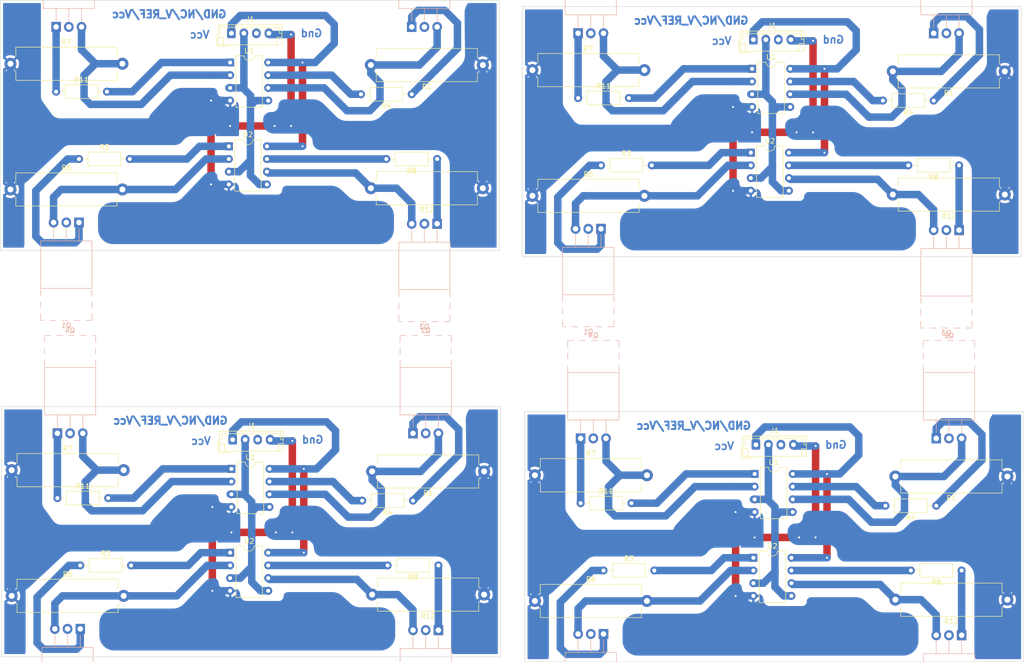
<source format=kicad_pcb>
(kicad_pcb (version 20171130) (host pcbnew "(5.1.6)-1")
  (layers (0 F.Cu signal) (31 B.Cu signal hide) (34 B.Paste user) (35 F.Paste user) (36 B.SilkS user) (37 F.SilkS user) (38 B.Mask user) (39 F.Mask user) (44 Edge.Cuts user))
  (net 0 "")
  (net 1 "Net-(Q1-Pad3)")
  (net 2 12V)
  (net 3 "Net-(Q1-Pad1)")
  (net 4 "Net-(Q2-Pad3)")
  (net 5 "Net-(Q2-Pad1)")
  (net 6 "Net-(Q3-Pad3)")
  (net 7 "Net-(Q3-Pad1)")
  (net 8 "Net-(Q4-Pad3)")
  (net 9 "Net-(Q4-Pad1)")
  (net 10 GND)
  (net 11 "Net-(R3-Pad2)")
  (net 12 "Net-(R4-Pad2)")
  (net 13 "Net-(R8-Pad2)")
  (net 14 "Net-(R11-Pad2)")
  (net 15 V_ref)
  (net 16 NC)
  (net 17 Vcc)
  (module Resistor_THT:R_Axial_DIN0207_L6.3mm_D2.5mm_P10.16mm_Horizontal (layer F.Cu) (at 273.558 128.016 180)
    (fp_text reference R4 (at 5.08 -2.37) (layer F.SilkS))
    (fp_text value 1k)
    (pad 1 thru_hole circle (at 0 0 180) (size 1.6 1.6) (drill 0.8) (layers *.Cu *.Mask))
    (pad 2 thru_hole oval (at 10.16 0 180) (size 1.6 1.6) (drill 0.8) (layers *.Cu *.Mask))
  )
  (module Resistor_THT:R_Axial_DIN0207_L6.3mm_D2.5mm_P10.16mm_Horizontal (layer F.Cu) (at 202.438 127.508)
    (fp_text reference R11 (at 5.08 -2.37) (layer F.SilkS))
    (fp_text value 1k)
    (pad 1 thru_hole circle (at 0 0) (size 1.6 1.6) (drill 0.8) (layers *.Cu *.Mask))
    (pad 2 thru_hole oval (at 10.16 0) (size 1.6 1.6) (drill 0.8) (layers *.Cu *.Mask))
  )
  (module Resistor_THT:R_Axial_DIN0207_L6.3mm_D2.5mm_P10.16mm_Horizontal (layer F.Cu) (at 207.01 140.97)
    (fp_text reference R3 (at 5.08 -2.37) (layer F.SilkS))
    (fp_text value 1k)
    (pad 1 thru_hole circle (at 0 0) (size 1.6 1.6) (drill 0.8) (layers *.Cu *.Mask))
    (pad 2 thru_hole oval (at 10.16 0) (size 1.6 1.6) (drill 0.8) (layers *.Cu *.Mask))
  )
  (module Resistor_THT:R_Axial_DIN0207_L6.3mm_D2.5mm_P10.16mm_Horizontal (layer F.Cu) (at 278.638 140.97 180)
    (fp_text reference R8 (at 5.08 -2.37) (layer F.SilkS))
    (fp_text value 1k)
    (pad 1 thru_hole circle (at 0 0 180) (size 1.6 1.6) (drill 0.8) (layers *.Cu *.Mask))
    (pad 2 thru_hole oval (at 10.16 0 180) (size 1.6 1.6) (drill 0.8) (layers *.Cu *.Mask))
  )
  (module Connector_JST:JST_EH_B4B-EH-A_1x04_P2.50mm_Vertical (layer F.Cu) (at 237.49 115.824)
    (fp_text reference J1 (at 3.75 -2.8) (layer F.SilkS))
    (fp_text value Conn_01x04_Female)
    (pad 1 thru_hole roundrect (at 0 0) (size 1.7 1.95) (drill 0.95) (layers *.Cu *.Mask) (roundrect_rratio 0.147059))
    (pad 2 thru_hole oval (at 2.5 0) (size 1.7 1.95) (drill 0.95) (layers *.Cu *.Mask))
    (pad 3 thru_hole oval (at 5 0) (size 1.7 1.95) (drill 0.95) (layers *.Cu *.Mask))
    (pad 4 thru_hole oval (at 7.5 0) (size 1.7 1.95) (drill 0.95) (layers *.Cu *.Mask))
  )
  (module Resistor_THT:R_Axial_Power_L20.0mm_W6.4mm_P22.40mm (layer F.Cu) (at 287.782 146.812 180)
    (fp_text reference R12 (at 11.2 -4.32) (layer F.SilkS))
    (fp_text value 0.1)
    (pad 1 thru_hole circle (at 0 0 180) (size 2.4 2.4) (drill 1.2) (layers *.Cu *.Mask))
    (pad 2 thru_hole oval (at 22.4 0 180) (size 2.4 2.4) (drill 1.2) (layers *.Cu *.Mask))
  )
  (module Resistor_THT:R_Axial_Power_L20.0mm_W6.4mm_P22.40mm (layer F.Cu) (at 287.782 122.174 180)
    (fp_text reference R1 (at 11.2 -4.32) (layer F.SilkS))
    (fp_text value 0.1)
    (pad 1 thru_hole circle (at 0 0 180) (size 2.4 2.4) (drill 1.2) (layers *.Cu *.Mask))
    (pad 2 thru_hole oval (at 22.4 0 180) (size 2.4 2.4) (drill 1.2) (layers *.Cu *.Mask))
  )
  (module Package_TO_SOT_THT:TO-220-3_Horizontal_TabUp (layer B.Cu) (at 278.638 153.924 180)
    (fp_text reference Q3 (at 2.54 -20.58) (layer B.SilkS) (effects (justify mirror)))
    (fp_text value Q_NMOS_GDS)
    (pad "" np_thru_hole oval (at 2.54 -16.66 180) (size 3.5 3.5) (drill 3.5) (layers *.Cu *.Mask))
    (pad 1 thru_hole rect (at 0 0 180) (size 1.905 2) (drill 1.1) (layers *.Cu *.Mask))
    (pad 2 thru_hole oval (at 2.54 0 180) (size 1.905 2) (drill 1.1) (layers *.Cu *.Mask))
    (pad 3 thru_hole oval (at 5.08 0 180) (size 1.905 2) (drill 1.1) (layers *.Cu *.Mask))
  )
  (module Resistor_THT:R_Axial_Power_L20.0mm_W6.4mm_P22.40mm (layer F.Cu) (at 193.294 121.92)
    (fp_text reference R7 (at 11.2 -4.32) (layer F.SilkS))
    (fp_text value 0.1)
    (pad 1 thru_hole circle (at 0 0) (size 2.4 2.4) (drill 1.2) (layers *.Cu *.Mask))
    (pad 2 thru_hole oval (at 22.4 0) (size 2.4 2.4) (drill 1.2) (layers *.Cu *.Mask))
  )
  (module Resistor_THT:R_Axial_Power_L20.0mm_W6.4mm_P22.40mm (layer F.Cu) (at 193.294 147.066)
    (fp_text reference R6 (at 11.2 -4.32) (layer F.SilkS))
    (fp_text value 0.1)
    (pad 1 thru_hole circle (at 0 0) (size 2.4 2.4) (drill 1.2) (layers *.Cu *.Mask))
    (pad 2 thru_hole oval (at 22.4 0) (size 2.4 2.4) (drill 1.2) (layers *.Cu *.Mask))
  )
  (module Package_TO_SOT_THT:TO-220-3_Horizontal_TabUp (layer B.Cu) (at 202.438 114.554)
    (fp_text reference Q4 (at 2.54 -20.58) (layer B.SilkS) (effects (justify mirror)))
    (fp_text value Q_NMOS_GDS)
    (pad "" np_thru_hole oval (at 2.54 -16.66) (size 3.5 3.5) (drill 3.5) (layers *.Cu *.Mask))
    (pad 1 thru_hole rect (at 0 0) (size 1.905 2) (drill 1.1) (layers *.Cu *.Mask))
    (pad 2 thru_hole oval (at 2.54 0) (size 1.905 2) (drill 1.1) (layers *.Cu *.Mask))
    (pad 3 thru_hole oval (at 5.08 0) (size 1.905 2) (drill 1.1) (layers *.Cu *.Mask))
  )
  (module Package_TO_SOT_THT:TO-220-3_Horizontal_TabUp (layer B.Cu) (at 273.558 114.554)
    (fp_text reference Q2 (at 2.54 -20.58) (layer B.SilkS) (effects (justify mirror)))
    (fp_text value Q_NMOS_GDS)
    (pad "" np_thru_hole oval (at 2.54 -16.66) (size 3.5 3.5) (drill 3.5) (layers *.Cu *.Mask))
    (pad 1 thru_hole rect (at 0 0) (size 1.905 2) (drill 1.1) (layers *.Cu *.Mask))
    (pad 2 thru_hole oval (at 2.54 0) (size 1.905 2) (drill 1.1) (layers *.Cu *.Mask))
    (pad 3 thru_hole oval (at 5.08 0) (size 1.905 2) (drill 1.1) (layers *.Cu *.Mask))
  )
  (module Package_DIP:DIP-8_W7.62mm (layer F.Cu) (at 236.982 138.43)
    (fp_text reference U2 (at 3.81 -2.33) (layer F.SilkS))
    (fp_text value LM358)
    (pad 1 thru_hole rect (at 0 0) (size 1.6 1.6) (drill 0.8) (layers *.Cu *.Mask))
    (pad 5 thru_hole oval (at 7.62 7.62) (size 1.6 1.6) (drill 0.8) (layers *.Cu *.Mask))
    (pad 2 thru_hole oval (at 0 2.54) (size 1.6 1.6) (drill 0.8) (layers *.Cu *.Mask))
    (pad 6 thru_hole oval (at 7.62 5.08) (size 1.6 1.6) (drill 0.8) (layers *.Cu *.Mask))
    (pad 3 thru_hole oval (at 0 5.08) (size 1.6 1.6) (drill 0.8) (layers *.Cu *.Mask))
    (pad 7 thru_hole oval (at 7.62 2.54) (size 1.6 1.6) (drill 0.8) (layers *.Cu *.Mask))
    (pad 4 thru_hole oval (at 0 7.62) (size 1.6 1.6) (drill 0.8) (layers *.Cu *.Mask))
    (pad 8 thru_hole oval (at 7.62 0) (size 1.6 1.6) (drill 0.8) (layers *.Cu *.Mask))
  )
  (module Package_TO_SOT_THT:TO-220-3_Horizontal_TabUp (layer B.Cu) (at 207.01 153.67 180)
    (fp_text reference Q1 (at 2.54 -20.58) (layer B.SilkS) (effects (justify mirror)))
    (fp_text value Q_NMOS_GDS)
    (pad "" np_thru_hole oval (at 2.54 -16.66 180) (size 3.5 3.5) (drill 3.5) (layers *.Cu *.Mask))
    (pad 1 thru_hole rect (at 0 0 180) (size 1.905 2) (drill 1.1) (layers *.Cu *.Mask))
    (pad 2 thru_hole oval (at 2.54 0 180) (size 1.905 2) (drill 1.1) (layers *.Cu *.Mask))
    (pad 3 thru_hole oval (at 5.08 0 180) (size 1.905 2) (drill 1.1) (layers *.Cu *.Mask))
  )
  (module Package_DIP:DIP-8_W7.62mm (layer F.Cu) (at 237.236 121.666)
    (fp_text reference U1 (at 3.81 -2.33) (layer F.SilkS))
    (fp_text value LM358)
    (pad 1 thru_hole rect (at 0 0) (size 1.6 1.6) (drill 0.8) (layers *.Cu *.Mask))
    (pad 5 thru_hole oval (at 7.62 7.62) (size 1.6 1.6) (drill 0.8) (layers *.Cu *.Mask))
    (pad 2 thru_hole oval (at 0 2.54) (size 1.6 1.6) (drill 0.8) (layers *.Cu *.Mask))
    (pad 6 thru_hole oval (at 7.62 5.08) (size 1.6 1.6) (drill 0.8) (layers *.Cu *.Mask))
    (pad 3 thru_hole oval (at 0 5.08) (size 1.6 1.6) (drill 0.8) (layers *.Cu *.Mask))
    (pad 7 thru_hole oval (at 7.62 2.54) (size 1.6 1.6) (drill 0.8) (layers *.Cu *.Mask))
    (pad 4 thru_hole oval (at 0 7.62) (size 1.6 1.6) (drill 0.8) (layers *.Cu *.Mask))
    (pad 8 thru_hole oval (at 7.62 0) (size 1.6 1.6) (drill 0.8) (layers *.Cu *.Mask))
  )
  (module Resistor_THT:R_Axial_DIN0207_L6.3mm_D2.5mm_P10.16mm_Horizontal (layer F.Cu) (at 168.91 127 180)
    (fp_text reference R4 (at 5.08 -2.37) (layer F.SilkS))
    (fp_text value 1k)
    (pad 1 thru_hole circle (at 0 0 180) (size 1.6 1.6) (drill 0.8) (layers *.Cu *.Mask))
    (pad 2 thru_hole oval (at 10.16 0 180) (size 1.6 1.6) (drill 0.8) (layers *.Cu *.Mask))
  )
  (module Resistor_THT:R_Axial_DIN0207_L6.3mm_D2.5mm_P10.16mm_Horizontal (layer F.Cu) (at 97.79 126.492)
    (fp_text reference R11 (at 5.08 -2.37) (layer F.SilkS))
    (fp_text value 1k)
    (pad 1 thru_hole circle (at 0 0) (size 1.6 1.6) (drill 0.8) (layers *.Cu *.Mask))
    (pad 2 thru_hole oval (at 10.16 0) (size 1.6 1.6) (drill 0.8) (layers *.Cu *.Mask))
  )
  (module Resistor_THT:R_Axial_DIN0207_L6.3mm_D2.5mm_P10.16mm_Horizontal (layer F.Cu) (at 102.362 139.954)
    (fp_text reference R3 (at 5.08 -2.37) (layer F.SilkS))
    (fp_text value 1k)
    (pad 1 thru_hole circle (at 0 0) (size 1.6 1.6) (drill 0.8) (layers *.Cu *.Mask))
    (pad 2 thru_hole oval (at 10.16 0) (size 1.6 1.6) (drill 0.8) (layers *.Cu *.Mask))
  )
  (module Resistor_THT:R_Axial_DIN0207_L6.3mm_D2.5mm_P10.16mm_Horizontal (layer F.Cu) (at 173.99 139.954 180)
    (fp_text reference R8 (at 5.08 -2.37) (layer F.SilkS))
    (fp_text value 1k)
    (pad 1 thru_hole circle (at 0 0 180) (size 1.6 1.6) (drill 0.8) (layers *.Cu *.Mask))
    (pad 2 thru_hole oval (at 10.16 0 180) (size 1.6 1.6) (drill 0.8) (layers *.Cu *.Mask))
  )
  (module Connector_JST:JST_EH_B4B-EH-A_1x04_P2.50mm_Vertical (layer F.Cu) (at 132.842 114.808)
    (fp_text reference J1 (at 3.75 -2.8) (layer F.SilkS))
    (fp_text value Conn_01x04_Female)
    (pad 1 thru_hole roundrect (at 0 0) (size 1.7 1.95) (drill 0.95) (layers *.Cu *.Mask) (roundrect_rratio 0.147059))
    (pad 2 thru_hole oval (at 2.5 0) (size 1.7 1.95) (drill 0.95) (layers *.Cu *.Mask))
    (pad 3 thru_hole oval (at 5 0) (size 1.7 1.95) (drill 0.95) (layers *.Cu *.Mask))
    (pad 4 thru_hole oval (at 7.5 0) (size 1.7 1.95) (drill 0.95) (layers *.Cu *.Mask))
  )
  (module Resistor_THT:R_Axial_Power_L20.0mm_W6.4mm_P22.40mm (layer F.Cu) (at 183.134 145.796 180)
    (fp_text reference R12 (at 11.2 -4.32) (layer F.SilkS))
    (fp_text value 0.1)
    (pad 1 thru_hole circle (at 0 0 180) (size 2.4 2.4) (drill 1.2) (layers *.Cu *.Mask))
    (pad 2 thru_hole oval (at 22.4 0 180) (size 2.4 2.4) (drill 1.2) (layers *.Cu *.Mask))
  )
  (module Resistor_THT:R_Axial_Power_L20.0mm_W6.4mm_P22.40mm (layer F.Cu) (at 183.134 121.158 180)
    (fp_text reference R1 (at 11.2 -4.32) (layer F.SilkS))
    (fp_text value 0.1)
    (pad 1 thru_hole circle (at 0 0 180) (size 2.4 2.4) (drill 1.2) (layers *.Cu *.Mask))
    (pad 2 thru_hole oval (at 22.4 0 180) (size 2.4 2.4) (drill 1.2) (layers *.Cu *.Mask))
  )
  (module Package_TO_SOT_THT:TO-220-3_Horizontal_TabUp (layer B.Cu) (at 173.99 152.908 180)
    (fp_text reference Q3 (at 2.54 -20.58) (layer B.SilkS) (effects (justify mirror)))
    (fp_text value Q_NMOS_GDS)
    (pad "" np_thru_hole oval (at 2.54 -16.66 180) (size 3.5 3.5) (drill 3.5) (layers *.Cu *.Mask))
    (pad 1 thru_hole rect (at 0 0 180) (size 1.905 2) (drill 1.1) (layers *.Cu *.Mask))
    (pad 2 thru_hole oval (at 2.54 0 180) (size 1.905 2) (drill 1.1) (layers *.Cu *.Mask))
    (pad 3 thru_hole oval (at 5.08 0 180) (size 1.905 2) (drill 1.1) (layers *.Cu *.Mask))
  )
  (module Resistor_THT:R_Axial_Power_L20.0mm_W6.4mm_P22.40mm (layer F.Cu) (at 88.646 120.904)
    (fp_text reference R7 (at 11.2 -4.32) (layer F.SilkS))
    (fp_text value 0.1)
    (pad 1 thru_hole circle (at 0 0) (size 2.4 2.4) (drill 1.2) (layers *.Cu *.Mask))
    (pad 2 thru_hole oval (at 22.4 0) (size 2.4 2.4) (drill 1.2) (layers *.Cu *.Mask))
  )
  (module Resistor_THT:R_Axial_Power_L20.0mm_W6.4mm_P22.40mm (layer F.Cu) (at 88.646 146.05)
    (fp_text reference R6 (at 11.2 -4.32) (layer F.SilkS))
    (fp_text value 0.1)
    (pad 1 thru_hole circle (at 0 0) (size 2.4 2.4) (drill 1.2) (layers *.Cu *.Mask))
    (pad 2 thru_hole oval (at 22.4 0) (size 2.4 2.4) (drill 1.2) (layers *.Cu *.Mask))
  )
  (module Package_TO_SOT_THT:TO-220-3_Horizontal_TabUp (layer B.Cu) (at 97.79 113.538)
    (fp_text reference Q4 (at 2.54 -20.58) (layer B.SilkS) (effects (justify mirror)))
    (fp_text value Q_NMOS_GDS)
    (pad "" np_thru_hole oval (at 2.54 -16.66) (size 3.5 3.5) (drill 3.5) (layers *.Cu *.Mask))
    (pad 1 thru_hole rect (at 0 0) (size 1.905 2) (drill 1.1) (layers *.Cu *.Mask))
    (pad 2 thru_hole oval (at 2.54 0) (size 1.905 2) (drill 1.1) (layers *.Cu *.Mask))
    (pad 3 thru_hole oval (at 5.08 0) (size 1.905 2) (drill 1.1) (layers *.Cu *.Mask))
  )
  (module Package_TO_SOT_THT:TO-220-3_Horizontal_TabUp (layer B.Cu) (at 168.91 113.538)
    (fp_text reference Q2 (at 2.54 -20.58) (layer B.SilkS) (effects (justify mirror)))
    (fp_text value Q_NMOS_GDS)
    (pad "" np_thru_hole oval (at 2.54 -16.66) (size 3.5 3.5) (drill 3.5) (layers *.Cu *.Mask))
    (pad 1 thru_hole rect (at 0 0) (size 1.905 2) (drill 1.1) (layers *.Cu *.Mask))
    (pad 2 thru_hole oval (at 2.54 0) (size 1.905 2) (drill 1.1) (layers *.Cu *.Mask))
    (pad 3 thru_hole oval (at 5.08 0) (size 1.905 2) (drill 1.1) (layers *.Cu *.Mask))
  )
  (module Package_DIP:DIP-8_W7.62mm (layer F.Cu) (at 132.334 137.414)
    (fp_text reference U2 (at 3.81 -2.33) (layer F.SilkS))
    (fp_text value LM358)
    (pad 1 thru_hole rect (at 0 0) (size 1.6 1.6) (drill 0.8) (layers *.Cu *.Mask))
    (pad 5 thru_hole oval (at 7.62 7.62) (size 1.6 1.6) (drill 0.8) (layers *.Cu *.Mask))
    (pad 2 thru_hole oval (at 0 2.54) (size 1.6 1.6) (drill 0.8) (layers *.Cu *.Mask))
    (pad 6 thru_hole oval (at 7.62 5.08) (size 1.6 1.6) (drill 0.8) (layers *.Cu *.Mask))
    (pad 3 thru_hole oval (at 0 5.08) (size 1.6 1.6) (drill 0.8) (layers *.Cu *.Mask))
    (pad 7 thru_hole oval (at 7.62 2.54) (size 1.6 1.6) (drill 0.8) (layers *.Cu *.Mask))
    (pad 4 thru_hole oval (at 0 7.62) (size 1.6 1.6) (drill 0.8) (layers *.Cu *.Mask))
    (pad 8 thru_hole oval (at 7.62 0) (size 1.6 1.6) (drill 0.8) (layers *.Cu *.Mask))
  )
  (module Package_TO_SOT_THT:TO-220-3_Horizontal_TabUp (layer B.Cu) (at 102.362 152.654 180)
    (fp_text reference Q1 (at 2.54 -20.58) (layer B.SilkS) (effects (justify mirror)))
    (fp_text value Q_NMOS_GDS)
    (pad "" np_thru_hole oval (at 2.54 -16.66 180) (size 3.5 3.5) (drill 3.5) (layers *.Cu *.Mask))
    (pad 1 thru_hole rect (at 0 0 180) (size 1.905 2) (drill 1.1) (layers *.Cu *.Mask))
    (pad 2 thru_hole oval (at 2.54 0 180) (size 1.905 2) (drill 1.1) (layers *.Cu *.Mask))
    (pad 3 thru_hole oval (at 5.08 0 180) (size 1.905 2) (drill 1.1) (layers *.Cu *.Mask))
  )
  (module Package_DIP:DIP-8_W7.62mm (layer F.Cu) (at 132.588 120.65)
    (fp_text reference U1 (at 3.81 -2.33) (layer F.SilkS))
    (fp_text value LM358)
    (pad 1 thru_hole rect (at 0 0) (size 1.6 1.6) (drill 0.8) (layers *.Cu *.Mask))
    (pad 5 thru_hole oval (at 7.62 7.62) (size 1.6 1.6) (drill 0.8) (layers *.Cu *.Mask))
    (pad 2 thru_hole oval (at 0 2.54) (size 1.6 1.6) (drill 0.8) (layers *.Cu *.Mask))
    (pad 6 thru_hole oval (at 7.62 5.08) (size 1.6 1.6) (drill 0.8) (layers *.Cu *.Mask))
    (pad 3 thru_hole oval (at 0 5.08) (size 1.6 1.6) (drill 0.8) (layers *.Cu *.Mask))
    (pad 7 thru_hole oval (at 7.62 2.54) (size 1.6 1.6) (drill 0.8) (layers *.Cu *.Mask))
    (pad 4 thru_hole oval (at 0 7.62) (size 1.6 1.6) (drill 0.8) (layers *.Cu *.Mask))
    (pad 8 thru_hole oval (at 7.62 0) (size 1.6 1.6) (drill 0.8) (layers *.Cu *.Mask))
  )
  (module Resistor_THT:R_Axial_DIN0207_L6.3mm_D2.5mm_P10.16mm_Horizontal (layer F.Cu) (at 273.05 46.99 180)
    (fp_text reference R4 (at 5.08 -2.37) (layer F.SilkS))
    (fp_text value 1k)
    (pad 1 thru_hole circle (at 0 0 180) (size 1.6 1.6) (drill 0.8) (layers *.Cu *.Mask))
    (pad 2 thru_hole oval (at 10.16 0 180) (size 1.6 1.6) (drill 0.8) (layers *.Cu *.Mask))
  )
  (module Resistor_THT:R_Axial_DIN0207_L6.3mm_D2.5mm_P10.16mm_Horizontal (layer F.Cu) (at 201.93 46.482)
    (fp_text reference R11 (at 5.08 -2.37) (layer F.SilkS))
    (fp_text value 1k)
    (pad 1 thru_hole circle (at 0 0) (size 1.6 1.6) (drill 0.8) (layers *.Cu *.Mask))
    (pad 2 thru_hole oval (at 10.16 0) (size 1.6 1.6) (drill 0.8) (layers *.Cu *.Mask))
  )
  (module Resistor_THT:R_Axial_DIN0207_L6.3mm_D2.5mm_P10.16mm_Horizontal (layer F.Cu) (at 206.502 59.944)
    (fp_text reference R3 (at 5.08 -2.37) (layer F.SilkS))
    (fp_text value 1k)
    (pad 1 thru_hole circle (at 0 0) (size 1.6 1.6) (drill 0.8) (layers *.Cu *.Mask))
    (pad 2 thru_hole oval (at 10.16 0) (size 1.6 1.6) (drill 0.8) (layers *.Cu *.Mask))
  )
  (module Resistor_THT:R_Axial_DIN0207_L6.3mm_D2.5mm_P10.16mm_Horizontal (layer F.Cu) (at 278.13 59.944 180)
    (fp_text reference R8 (at 5.08 -2.37) (layer F.SilkS))
    (fp_text value 1k)
    (pad 1 thru_hole circle (at 0 0 180) (size 1.6 1.6) (drill 0.8) (layers *.Cu *.Mask))
    (pad 2 thru_hole oval (at 10.16 0 180) (size 1.6 1.6) (drill 0.8) (layers *.Cu *.Mask))
  )
  (module Connector_JST:JST_EH_B4B-EH-A_1x04_P2.50mm_Vertical (layer F.Cu) (at 236.982 34.798)
    (fp_text reference J1 (at 3.75 -2.8) (layer F.SilkS))
    (fp_text value Conn_01x04_Female)
    (pad 1 thru_hole roundrect (at 0 0) (size 1.7 1.95) (drill 0.95) (layers *.Cu *.Mask) (roundrect_rratio 0.147059))
    (pad 2 thru_hole oval (at 2.5 0) (size 1.7 1.95) (drill 0.95) (layers *.Cu *.Mask))
    (pad 3 thru_hole oval (at 5 0) (size 1.7 1.95) (drill 0.95) (layers *.Cu *.Mask))
    (pad 4 thru_hole oval (at 7.5 0) (size 1.7 1.95) (drill 0.95) (layers *.Cu *.Mask))
  )
  (module Resistor_THT:R_Axial_Power_L20.0mm_W6.4mm_P22.40mm (layer F.Cu) (at 287.274 65.786 180)
    (fp_text reference R12 (at 11.2 -4.32) (layer F.SilkS))
    (fp_text value 0.1)
    (pad 1 thru_hole circle (at 0 0 180) (size 2.4 2.4) (drill 1.2) (layers *.Cu *.Mask))
    (pad 2 thru_hole oval (at 22.4 0 180) (size 2.4 2.4) (drill 1.2) (layers *.Cu *.Mask))
  )
  (module Resistor_THT:R_Axial_Power_L20.0mm_W6.4mm_P22.40mm (layer F.Cu) (at 287.274 41.148 180)
    (fp_text reference R1 (at 11.2 -4.32) (layer F.SilkS))
    (fp_text value 0.1)
    (pad 1 thru_hole circle (at 0 0 180) (size 2.4 2.4) (drill 1.2) (layers *.Cu *.Mask))
    (pad 2 thru_hole oval (at 22.4 0 180) (size 2.4 2.4) (drill 1.2) (layers *.Cu *.Mask))
  )
  (module Package_TO_SOT_THT:TO-220-3_Horizontal_TabUp (layer B.Cu) (at 278.13 72.898 180)
    (fp_text reference Q3 (at 2.54 -20.58) (layer B.SilkS) (effects (justify mirror)))
    (fp_text value Q_NMOS_GDS)
    (pad "" np_thru_hole oval (at 2.54 -16.66 180) (size 3.5 3.5) (drill 3.5) (layers *.Cu *.Mask))
    (pad 1 thru_hole rect (at 0 0 180) (size 1.905 2) (drill 1.1) (layers *.Cu *.Mask))
    (pad 2 thru_hole oval (at 2.54 0 180) (size 1.905 2) (drill 1.1) (layers *.Cu *.Mask))
    (pad 3 thru_hole oval (at 5.08 0 180) (size 1.905 2) (drill 1.1) (layers *.Cu *.Mask))
  )
  (module Resistor_THT:R_Axial_Power_L20.0mm_W6.4mm_P22.40mm (layer F.Cu) (at 192.786 40.894)
    (fp_text reference R7 (at 11.2 -4.32) (layer F.SilkS))
    (fp_text value 0.1)
    (pad 1 thru_hole circle (at 0 0) (size 2.4 2.4) (drill 1.2) (layers *.Cu *.Mask))
    (pad 2 thru_hole oval (at 22.4 0) (size 2.4 2.4) (drill 1.2) (layers *.Cu *.Mask))
  )
  (module Resistor_THT:R_Axial_Power_L20.0mm_W6.4mm_P22.40mm (layer F.Cu) (at 192.786 66.04)
    (fp_text reference R6 (at 11.2 -4.32) (layer F.SilkS))
    (fp_text value 0.1)
    (pad 1 thru_hole circle (at 0 0) (size 2.4 2.4) (drill 1.2) (layers *.Cu *.Mask))
    (pad 2 thru_hole oval (at 22.4 0) (size 2.4 2.4) (drill 1.2) (layers *.Cu *.Mask))
  )
  (module Package_TO_SOT_THT:TO-220-3_Horizontal_TabUp (layer B.Cu) (at 201.93 33.528)
    (fp_text reference Q4 (at 2.54 -20.58) (layer B.SilkS) (effects (justify mirror)))
    (fp_text value Q_NMOS_GDS)
    (pad "" np_thru_hole oval (at 2.54 -16.66) (size 3.5 3.5) (drill 3.5) (layers *.Cu *.Mask))
    (pad 1 thru_hole rect (at 0 0) (size 1.905 2) (drill 1.1) (layers *.Cu *.Mask))
    (pad 2 thru_hole oval (at 2.54 0) (size 1.905 2) (drill 1.1) (layers *.Cu *.Mask))
    (pad 3 thru_hole oval (at 5.08 0) (size 1.905 2) (drill 1.1) (layers *.Cu *.Mask))
  )
  (module Package_TO_SOT_THT:TO-220-3_Horizontal_TabUp (layer B.Cu) (at 273.05 33.528)
    (fp_text reference Q2 (at 2.54 -20.58) (layer B.SilkS) (effects (justify mirror)))
    (fp_text value Q_NMOS_GDS)
    (pad "" np_thru_hole oval (at 2.54 -16.66) (size 3.5 3.5) (drill 3.5) (layers *.Cu *.Mask))
    (pad 1 thru_hole rect (at 0 0) (size 1.905 2) (drill 1.1) (layers *.Cu *.Mask))
    (pad 2 thru_hole oval (at 2.54 0) (size 1.905 2) (drill 1.1) (layers *.Cu *.Mask))
    (pad 3 thru_hole oval (at 5.08 0) (size 1.905 2) (drill 1.1) (layers *.Cu *.Mask))
  )
  (module Package_DIP:DIP-8_W7.62mm (layer F.Cu) (at 236.474 57.404)
    (fp_text reference U2 (at 3.81 -2.33) (layer F.SilkS))
    (fp_text value LM358)
    (pad 1 thru_hole rect (at 0 0) (size 1.6 1.6) (drill 0.8) (layers *.Cu *.Mask))
    (pad 5 thru_hole oval (at 7.62 7.62) (size 1.6 1.6) (drill 0.8) (layers *.Cu *.Mask))
    (pad 2 thru_hole oval (at 0 2.54) (size 1.6 1.6) (drill 0.8) (layers *.Cu *.Mask))
    (pad 6 thru_hole oval (at 7.62 5.08) (size 1.6 1.6) (drill 0.8) (layers *.Cu *.Mask))
    (pad 3 thru_hole oval (at 0 5.08) (size 1.6 1.6) (drill 0.8) (layers *.Cu *.Mask))
    (pad 7 thru_hole oval (at 7.62 2.54) (size 1.6 1.6) (drill 0.8) (layers *.Cu *.Mask))
    (pad 4 thru_hole oval (at 0 7.62) (size 1.6 1.6) (drill 0.8) (layers *.Cu *.Mask))
    (pad 8 thru_hole oval (at 7.62 0) (size 1.6 1.6) (drill 0.8) (layers *.Cu *.Mask))
  )
  (module Package_TO_SOT_THT:TO-220-3_Horizontal_TabUp (layer B.Cu) (at 206.502 72.644 180)
    (fp_text reference Q1 (at 2.54 -20.58) (layer B.SilkS) (effects (justify mirror)))
    (fp_text value Q_NMOS_GDS)
    (pad "" np_thru_hole oval (at 2.54 -16.66 180) (size 3.5 3.5) (drill 3.5) (layers *.Cu *.Mask))
    (pad 1 thru_hole rect (at 0 0 180) (size 1.905 2) (drill 1.1) (layers *.Cu *.Mask))
    (pad 2 thru_hole oval (at 2.54 0 180) (size 1.905 2) (drill 1.1) (layers *.Cu *.Mask))
    (pad 3 thru_hole oval (at 5.08 0 180) (size 1.905 2) (drill 1.1) (layers *.Cu *.Mask))
  )
  (module Package_DIP:DIP-8_W7.62mm (layer F.Cu) (at 236.728 40.64)
    (fp_text reference U1 (at 3.81 -2.33) (layer F.SilkS))
    (fp_text value LM358)
    (pad 1 thru_hole rect (at 0 0) (size 1.6 1.6) (drill 0.8) (layers *.Cu *.Mask))
    (pad 5 thru_hole oval (at 7.62 7.62) (size 1.6 1.6) (drill 0.8) (layers *.Cu *.Mask))
    (pad 2 thru_hole oval (at 0 2.54) (size 1.6 1.6) (drill 0.8) (layers *.Cu *.Mask))
    (pad 6 thru_hole oval (at 7.62 5.08) (size 1.6 1.6) (drill 0.8) (layers *.Cu *.Mask))
    (pad 3 thru_hole oval (at 0 5.08) (size 1.6 1.6) (drill 0.8) (layers *.Cu *.Mask))
    (pad 7 thru_hole oval (at 7.62 2.54) (size 1.6 1.6) (drill 0.8) (layers *.Cu *.Mask))
    (pad 4 thru_hole oval (at 0 7.62) (size 1.6 1.6) (drill 0.8) (layers *.Cu *.Mask))
    (pad 8 thru_hole oval (at 7.62 0) (size 1.6 1.6) (drill 0.8) (layers *.Cu *.Mask))
  )
  (module Connector_JST:JST_EH_B4B-EH-A_1x04_P2.50mm_Vertical (layer F.Cu) (at 132.588 33.528)
    (fp_text reference J1 (at 3.75 -2.8) (layer F.SilkS))
    (fp_text value Conn_01x04_Female)
    (pad 4 thru_hole oval (at 7.5 0) (size 1.7 1.95) (drill 0.95) (layers *.Cu *.Mask) (net 10 GND))
    (pad 3 thru_hole oval (at 5 0) (size 1.7 1.95) (drill 0.95) (layers *.Cu *.Mask) (net 16 NC))
    (pad 2 thru_hole oval (at 2.5 0) (size 1.7 1.95) (drill 0.95) (layers *.Cu *.Mask) (net 15 V_ref))
    (pad 1 thru_hole roundrect (at 0 0) (size 1.7 1.95) (drill 0.95) (layers *.Cu *.Mask) (roundrect_rratio 0.147059) (net 17 Vcc))
  )
  (module Package_DIP:DIP-8_W7.62mm (layer F.Cu) (at 132.334 39.37)
    (fp_text reference U1 (at 3.81 -2.33) (layer F.SilkS))
    (fp_text value LM358)
    (pad 8 thru_hole oval (at 7.62 0) (size 1.6 1.6) (drill 0.8) (layers *.Cu *.Mask) (net 17 Vcc))
    (pad 4 thru_hole oval (at 0 7.62) (size 1.6 1.6) (drill 0.8) (layers *.Cu *.Mask) (net 10 GND))
    (pad 7 thru_hole oval (at 7.62 2.54) (size 1.6 1.6) (drill 0.8) (layers *.Cu *.Mask) (net 12 "Net-(R4-Pad2)"))
    (pad 3 thru_hole oval (at 0 5.08) (size 1.6 1.6) (drill 0.8) (layers *.Cu *.Mask) (net 15 V_ref))
    (pad 6 thru_hole oval (at 7.62 5.08) (size 1.6 1.6) (drill 0.8) (layers *.Cu *.Mask) (net 4 "Net-(Q2-Pad3)"))
    (pad 2 thru_hole oval (at 0 2.54) (size 1.6 1.6) (drill 0.8) (layers *.Cu *.Mask) (net 8 "Net-(Q4-Pad3)"))
    (pad 5 thru_hole oval (at 7.62 7.62) (size 1.6 1.6) (drill 0.8) (layers *.Cu *.Mask) (net 15 V_ref))
    (pad 1 thru_hole rect (at 0 0) (size 1.6 1.6) (drill 0.8) (layers *.Cu *.Mask) (net 14 "Net-(R11-Pad2)"))
  )
  (module Resistor_THT:R_Axial_DIN0207_L6.3mm_D2.5mm_P10.16mm_Horizontal (layer F.Cu) (at 97.536 45.212)
    (fp_text reference R11 (at 5.08 -2.37) (layer F.SilkS))
    (fp_text value 1k)
    (pad 2 thru_hole oval (at 10.16 0) (size 1.6 1.6) (drill 0.8) (layers *.Cu *.Mask) (net 14 "Net-(R11-Pad2)"))
    (pad 1 thru_hole circle (at 0 0) (size 1.6 1.6) (drill 0.8) (layers *.Cu *.Mask) (net 9 "Net-(Q4-Pad1)"))
  )
  (module Resistor_THT:R_Axial_DIN0207_L6.3mm_D2.5mm_P10.16mm_Horizontal (layer F.Cu) (at 173.736 58.674 180)
    (fp_text reference R8 (at 5.08 -2.37) (layer F.SilkS))
    (fp_text value 1k)
    (pad 2 thru_hole oval (at 10.16 0 180) (size 1.6 1.6) (drill 0.8) (layers *.Cu *.Mask) (net 13 "Net-(R8-Pad2)"))
    (pad 1 thru_hole circle (at 0 0 180) (size 1.6 1.6) (drill 0.8) (layers *.Cu *.Mask) (net 7 "Net-(Q3-Pad1)"))
  )
  (module Resistor_THT:R_Axial_DIN0207_L6.3mm_D2.5mm_P10.16mm_Horizontal (layer F.Cu) (at 168.656 45.72 180)
    (fp_text reference R4 (at 5.08 -2.37) (layer F.SilkS))
    (fp_text value 1k)
    (pad 2 thru_hole oval (at 10.16 0 180) (size 1.6 1.6) (drill 0.8) (layers *.Cu *.Mask) (net 12 "Net-(R4-Pad2)"))
    (pad 1 thru_hole circle (at 0 0 180) (size 1.6 1.6) (drill 0.8) (layers *.Cu *.Mask) (net 5 "Net-(Q2-Pad1)"))
  )
  (module Resistor_THT:R_Axial_DIN0207_L6.3mm_D2.5mm_P10.16mm_Horizontal (layer F.Cu) (at 102.108 58.674)
    (fp_text reference R3 (at 5.08 -2.37) (layer F.SilkS))
    (fp_text value 1k)
    (pad 2 thru_hole oval (at 10.16 0) (size 1.6 1.6) (drill 0.8) (layers *.Cu *.Mask) (net 11 "Net-(R3-Pad2)"))
    (pad 1 thru_hole circle (at 0 0) (size 1.6 1.6) (drill 0.8) (layers *.Cu *.Mask) (net 3 "Net-(Q1-Pad1)"))
  )
  (module Package_DIP:DIP-8_W7.62mm (layer F.Cu) (at 132.08 56.134)
    (fp_text reference U2 (at 3.81 -2.33) (layer F.SilkS))
    (fp_text value LM358)
    (pad 8 thru_hole oval (at 7.62 0) (size 1.6 1.6) (drill 0.8) (layers *.Cu *.Mask) (net 17 Vcc))
    (pad 4 thru_hole oval (at 0 7.62) (size 1.6 1.6) (drill 0.8) (layers *.Cu *.Mask) (net 10 GND))
    (pad 7 thru_hole oval (at 7.62 2.54) (size 1.6 1.6) (drill 0.8) (layers *.Cu *.Mask) (net 13 "Net-(R8-Pad2)"))
    (pad 3 thru_hole oval (at 0 5.08) (size 1.6 1.6) (drill 0.8) (layers *.Cu *.Mask) (net 15 V_ref))
    (pad 6 thru_hole oval (at 7.62 5.08) (size 1.6 1.6) (drill 0.8) (layers *.Cu *.Mask) (net 6 "Net-(Q3-Pad3)"))
    (pad 2 thru_hole oval (at 0 2.54) (size 1.6 1.6) (drill 0.8) (layers *.Cu *.Mask) (net 1 "Net-(Q1-Pad3)"))
    (pad 5 thru_hole oval (at 7.62 7.62) (size 1.6 1.6) (drill 0.8) (layers *.Cu *.Mask) (net 15 V_ref))
    (pad 1 thru_hole rect (at 0 0) (size 1.6 1.6) (drill 0.8) (layers *.Cu *.Mask) (net 11 "Net-(R3-Pad2)"))
  )
  (module Resistor_THT:R_Axial_Power_L20.0mm_W6.4mm_P22.40mm (layer F.Cu) (at 182.88 64.516 180)
    (fp_text reference R12 (at 11.2 -4.32) (layer F.SilkS))
    (fp_text value 0.1)
    (pad 2 thru_hole oval (at 22.4 0 180) (size 2.4 2.4) (drill 1.2) (layers *.Cu *.Mask) (net 6 "Net-(Q3-Pad3)"))
    (pad 1 thru_hole circle (at 0 0 180) (size 2.4 2.4) (drill 1.2) (layers *.Cu *.Mask) (net 10 GND))
  )
  (module Resistor_THT:R_Axial_Power_L20.0mm_W6.4mm_P22.40mm (layer F.Cu) (at 88.392 39.624)
    (fp_text reference R7 (at 11.2 -4.32) (layer F.SilkS))
    (fp_text value 0.1)
    (pad 2 thru_hole oval (at 22.4 0) (size 2.4 2.4) (drill 1.2) (layers *.Cu *.Mask) (net 8 "Net-(Q4-Pad3)"))
    (pad 1 thru_hole circle (at 0 0) (size 2.4 2.4) (drill 1.2) (layers *.Cu *.Mask) (net 10 GND))
  )
  (module Resistor_THT:R_Axial_Power_L20.0mm_W6.4mm_P22.40mm (layer F.Cu) (at 88.392 64.77)
    (fp_text reference R6 (at 11.2 -4.32) (layer F.SilkS))
    (fp_text value 0.1)
    (pad 2 thru_hole oval (at 22.4 0) (size 2.4 2.4) (drill 1.2) (layers *.Cu *.Mask) (net 1 "Net-(Q1-Pad3)"))
    (pad 1 thru_hole circle (at 0 0) (size 2.4 2.4) (drill 1.2) (layers *.Cu *.Mask) (net 10 GND))
  )
  (module Resistor_THT:R_Axial_Power_L20.0mm_W6.4mm_P22.40mm (layer F.Cu) (at 182.88 39.878 180)
    (fp_text reference R1 (at 11.2 -4.32) (layer F.SilkS))
    (fp_text value 0.1)
    (pad 2 thru_hole oval (at 22.4 0 180) (size 2.4 2.4) (drill 1.2) (layers *.Cu *.Mask) (net 4 "Net-(Q2-Pad3)"))
    (pad 1 thru_hole circle (at 0 0 180) (size 2.4 2.4) (drill 1.2) (layers *.Cu *.Mask) (net 10 GND))
  )
  (module Package_TO_SOT_THT:TO-220-3_Horizontal_TabUp (layer B.Cu) (at 97.536 32.258)
    (fp_text reference Q4 (at 2.54 -20.58) (layer B.SilkS) (effects (justify mirror)))
    (fp_text value Q_NMOS_GDS)
    (pad 3 thru_hole oval (at 5.08 0) (size 1.905 2) (drill 1.1) (layers *.Cu *.Mask) (net 8 "Net-(Q4-Pad3)"))
    (pad 2 thru_hole oval (at 2.54 0) (size 1.905 2) (drill 1.1) (layers *.Cu *.Mask) (net 2 12V))
    (pad 1 thru_hole rect (at 0 0) (size 1.905 2) (drill 1.1) (layers *.Cu *.Mask) (net 9 "Net-(Q4-Pad1)"))
    (pad "" np_thru_hole oval (at 2.54 -16.66) (size 3.5 3.5) (drill 3.5) (layers *.Cu *.Mask))
  )
  (module Package_TO_SOT_THT:TO-220-3_Horizontal_TabUp (layer B.Cu) (at 173.736 71.628 180)
    (fp_text reference Q3 (at 2.54 -20.58) (layer B.SilkS) (effects (justify mirror)))
    (fp_text value Q_NMOS_GDS)
    (pad 3 thru_hole oval (at 5.08 0 180) (size 1.905 2) (drill 1.1) (layers *.Cu *.Mask) (net 6 "Net-(Q3-Pad3)"))
    (pad 2 thru_hole oval (at 2.54 0 180) (size 1.905 2) (drill 1.1) (layers *.Cu *.Mask) (net 2 12V))
    (pad 1 thru_hole rect (at 0 0 180) (size 1.905 2) (drill 1.1) (layers *.Cu *.Mask) (net 7 "Net-(Q3-Pad1)"))
    (pad "" np_thru_hole oval (at 2.54 -16.66 180) (size 3.5 3.5) (drill 3.5) (layers *.Cu *.Mask))
  )
  (module Package_TO_SOT_THT:TO-220-3_Horizontal_TabUp (layer B.Cu) (at 168.656 32.258)
    (fp_text reference Q2 (at 2.54 -20.58) (layer B.SilkS) (effects (justify mirror)))
    (fp_text value Q_NMOS_GDS)
    (pad 3 thru_hole oval (at 5.08 0) (size 1.905 2) (drill 1.1) (layers *.Cu *.Mask) (net 4 "Net-(Q2-Pad3)"))
    (pad 2 thru_hole oval (at 2.54 0) (size 1.905 2) (drill 1.1) (layers *.Cu *.Mask) (net 2 12V))
    (pad 1 thru_hole rect (at 0 0) (size 1.905 2) (drill 1.1) (layers *.Cu *.Mask) (net 5 "Net-(Q2-Pad1)"))
    (pad "" np_thru_hole oval (at 2.54 -16.66) (size 3.5 3.5) (drill 3.5) (layers *.Cu *.Mask))
  )
  (module Package_TO_SOT_THT:TO-220-3_Horizontal_TabUp (layer B.Cu) (at 102.108 71.374 180)
    (fp_text reference Q1 (at 2.54 -20.58) (layer B.SilkS) (effects (justify mirror)))
    (fp_text value Q_NMOS_GDS)
    (pad 3 thru_hole oval (at 5.08 0 180) (size 1.905 2) (drill 1.1) (layers *.Cu *.Mask) (net 1 "Net-(Q1-Pad3)"))
    (pad 2 thru_hole oval (at 2.54 0 180) (size 1.905 2) (drill 1.1) (layers *.Cu *.Mask) (net 2 12V))
    (pad 1 thru_hole rect (at 0 0 180) (size 1.905 2) (drill 1.1) (layers *.Cu *.Mask) (net 3 "Net-(Q1-Pad1)"))
    (pad "" np_thru_hole oval (at 2.54 -16.66 180) (size 3.5 3.5) (drill 3.5) (layers *.Cu *.Mask))
  )
  (gr_line (start 191.262 159.258) (end 191.262 109.22) (layer Edge.Cuts) (width 0.1))
  (gr_line (start 291.084 109.22) (end 291.084 159.258) (layer Edge.Cuts) (width 0.1))
  (gr_line (start 191.262 109.22) (end 291.084 109.22) (layer Edge.Cuts) (width 0.1))
  (gr_line (start 291.084 159.258) (end 191.262 159.258) (layer Edge.Cuts) (width 0.1))
  (gr_text "Vcc\n" (at 231.14 116.078) (layer B.Cu) (effects (font (size 1.5 1.5) (thickness 0.3)) (justify mirror)))
  (gr_text "GND/NC/V_REF/Vcc\n" (at 225.044 112.014) (layer B.Cu) (effects (font (size 1.5 1.5) (thickness 0.375)) (justify mirror)))
  (gr_text "Gnd\n" (at 253.492 115.824) (layer B.Cu) (effects (font (size 1.5 1.5) (thickness 0.3)) (justify mirror)))
  (gr_line (start 86.614 158.242) (end 86.614 108.204) (layer Edge.Cuts) (width 0.1))
  (gr_line (start 186.436 108.204) (end 186.436 158.242) (layer Edge.Cuts) (width 0.1))
  (gr_line (start 86.614 108.204) (end 186.436 108.204) (layer Edge.Cuts) (width 0.1))
  (gr_line (start 186.436 158.242) (end 86.614 158.242) (layer Edge.Cuts) (width 0.1))
  (gr_text "Vcc\n" (at 126.492 115.062) (layer B.Cu) (effects (font (size 1.5 1.5) (thickness 0.3)) (justify mirror)))
  (gr_text "GND/NC/V_REF/Vcc\n" (at 120.396 110.998) (layer B.Cu) (effects (font (size 1.5 1.5) (thickness 0.375)) (justify mirror)))
  (gr_text "Gnd\n" (at 148.844 114.808) (layer B.Cu) (effects (font (size 1.5 1.5) (thickness 0.3)) (justify mirror)))
  (gr_line (start 190.754 78.232) (end 190.754 28.194) (layer Edge.Cuts) (width 0.1))
  (gr_line (start 290.576 28.194) (end 290.576 78.232) (layer Edge.Cuts) (width 0.1))
  (gr_line (start 190.754 28.194) (end 290.576 28.194) (layer Edge.Cuts) (width 0.1))
  (gr_line (start 290.576 78.232) (end 190.754 78.232) (layer Edge.Cuts) (width 0.1))
  (gr_text "Vcc\n" (at 230.632 35.052) (layer B.Cu) (effects (font (size 1.5 1.5) (thickness 0.3)) (justify mirror)))
  (gr_text "GND/NC/V_REF/Vcc\n" (at 224.536 30.988) (layer B.Cu) (effects (font (size 1.5 1.5) (thickness 0.375)) (justify mirror)))
  (gr_text "Gnd\n" (at 252.984 34.798) (layer B.Cu) (effects (font (size 1.5 1.5) (thickness 0.3)) (justify mirror)))
  (gr_text "Vcc\n" (at 126.238 33.782) (layer B.Cu) (effects (font (size 1.5 1.5) (thickness 0.3)) (justify mirror)))
  (gr_text "Gnd\n" (at 148.59 33.528) (layer B.Cu) (effects (font (size 1.5 1.5) (thickness 0.3)) (justify mirror)))
  (gr_text "GND/NC/V_REF/Vcc\n" (at 120.142 29.718) (layer B.Cu) (effects (font (size 1.5 1.5) (thickness 0.375)) (justify mirror)))
  (gr_line (start 186.182 26.924) (end 186.182 76.962) (layer Edge.Cuts) (width 0.1))
  (gr_line (start 86.36 26.924) (end 186.182 26.924) (layer Edge.Cuts) (width 0.1))
  (gr_line (start 86.36 76.962) (end 86.36 26.924) (layer Edge.Cuts) (width 0.1))
  (gr_line (start 186.182 76.962) (end 86.36 76.962) (layer Edge.Cuts) (width 0.1))
  (segment (start 202.946 66.04) (end 215.186 66.04) (width 1.5) (layer B.Cu) (net 0))
  (segment (start 201.422 72.644) (end 201.422 67.564) (width 1.5) (layer B.Cu) (net 0))
  (segment (start 201.422 67.564) (end 202.946 66.04) (width 1.5) (layer B.Cu) (net 0))
  (segment (start 225.806 66.04) (end 215.186 66.04) (width 1.5) (layer B.Cu) (net 0))
  (segment (start 236.474 59.944) (end 231.902 59.944) (width 1.5) (layer B.Cu) (net 0))
  (segment (start 231.902 59.944) (end 225.806 66.04) (width 1.5) (layer B.Cu) (net 0))
  (segment (start 204.216 59.944) (end 197.866 66.294) (width 1.5) (layer B.Cu) (net 0))
  (segment (start 206.502 75.946) (end 206.502 72.644) (width 1.5) (layer B.Cu) (net 0))
  (segment (start 197.866 75.438) (end 199.136 76.708) (width 1.5) (layer B.Cu) (net 0))
  (segment (start 206.502 59.944) (end 204.216 59.944) (width 1.5) (layer B.Cu) (net 0))
  (segment (start 205.74 76.708) (end 206.502 75.946) (width 1.5) (layer B.Cu) (net 0))
  (segment (start 197.866 66.294) (end 197.866 75.438) (width 1.5) (layer B.Cu) (net 0))
  (segment (start 199.136 76.708) (end 205.74 76.708) (width 1.5) (layer B.Cu) (net 0))
  (segment (start 264.874 41.148) (end 274.574 41.148) (width 1.5) (layer B.Cu) (net 0))
  (segment (start 274.574 41.148) (end 278.13 37.592) (width 1.5) (layer B.Cu) (net 0))
  (segment (start 278.13 37.592) (end 278.13 33.782) (width 1.5) (layer B.Cu) (net 0))
  (segment (start 266.7 44.704) (end 266.7 48.26) (width 1.5) (layer B.Cu) (net 0))
  (segment (start 255.524 45.72) (end 244.348 45.72) (width 1.5) (layer B.Cu) (net 0))
  (segment (start 264.668 50.292) (end 260.096 50.292) (width 1.5) (layer B.Cu) (net 0))
  (segment (start 266.7 48.26) (end 264.668 50.292) (width 1.5) (layer B.Cu) (net 0))
  (segment (start 260.096 50.292) (end 255.524 45.72) (width 1.5) (layer B.Cu) (net 0))
  (segment (start 264.874 41.148) (end 264.874 42.878) (width 1.5) (layer B.Cu) (net 0))
  (segment (start 264.874 42.878) (end 266.7 44.704) (width 1.5) (layer B.Cu) (net 0))
  (segment (start 279.654 30.226) (end 274.32 30.226) (width 1.5) (layer B.Cu) (net 0))
  (segment (start 273.05 31.496) (end 273.05 33.782) (width 1.5) (layer B.Cu) (net 0))
  (segment (start 273.05 46.99) (end 282.194 37.846) (width 1.5) (layer B.Cu) (net 0))
  (segment (start 282.194 37.846) (end 282.194 32.766) (width 1.5) (layer B.Cu) (net 0))
  (segment (start 282.194 32.766) (end 279.654 30.226) (width 1.5) (layer B.Cu) (net 0))
  (segment (start 274.32 30.226) (end 273.05 31.496) (width 1.5) (layer B.Cu) (net 0))
  (segment (start 273.05 72.898) (end 273.05 68.834) (width 1.5) (layer B.Cu) (net 0))
  (segment (start 273.05 68.834) (end 270.002 65.786) (width 1.5) (layer B.Cu) (net 0))
  (segment (start 270.002 65.786) (end 264.874 65.786) (width 1.5) (layer B.Cu) (net 0))
  (segment (start 244.348 62.738) (end 244.094 62.484) (width 1.5) (layer B.Cu) (net 0))
  (segment (start 264.874 65.786) (end 261.826 62.738) (width 1.5) (layer B.Cu) (net 0))
  (segment (start 261.826 62.738) (end 244.348 62.738) (width 1.5) (layer B.Cu) (net 0))
  (segment (start 278.13 59.944) (end 278.13 72.898) (width 1.5) (layer B.Cu) (net 0))
  (segment (start 207.01 33.528) (end 207.01 38.1) (width 1.5) (layer B.Cu) (net 0))
  (segment (start 209.804 40.894) (end 215.186 40.894) (width 1.5) (layer B.Cu) (net 0))
  (segment (start 207.01 38.1) (end 209.804 40.894) (width 1.5) (layer B.Cu) (net 0))
  (segment (start 207.518 43.18) (end 207.518 47.752) (width 1.5) (layer B.Cu) (net 0))
  (segment (start 218.948 49.022) (end 224.79 43.18) (width 1.5) (layer B.Cu) (net 0))
  (segment (start 224.79 43.18) (end 232.41 43.18) (width 1.5) (layer B.Cu) (net 0))
  (segment (start 232.41 43.18) (end 236.728 43.18) (width 1.5) (layer B.Cu) (net 0))
  (segment (start 207.518 47.752) (end 208.788 49.022) (width 1.5) (layer B.Cu) (net 0))
  (segment (start 209.804 40.894) (end 207.518 43.18) (width 1.5) (layer B.Cu) (net 0))
  (segment (start 208.788 49.022) (end 218.948 49.022) (width 1.5) (layer B.Cu) (net 0))
  (segment (start 201.93 33.528) (end 201.93 46.482) (width 1.5) (layer B.Cu) (net 0))
  (via (at 248.92 35.052) (size 0.8) (drill 0.4) (layers F.Cu B.Cu) (net 0))
  (via (at 245.618 53.34) (size 0.8) (drill 0.4) (layers F.Cu B.Cu) (net 0))
  (via (at 236.728 53.34) (size 0.8) (drill 0.4) (layers F.Cu B.Cu) (net 0))
  (via (at 248.92 53.34) (size 0.8) (drill 0.4) (layers F.Cu B.Cu) (net 0))
  (segment (start 232.918 64.516) (end 232.918 65.024) (width 1.5) (layer F.Cu) (net 0))
  (segment (start 232.918 65.024) (end 236.474 65.024) (width 1.5) (layer B.Cu) (net 0))
  (segment (start 232.918 48.26) (end 232.918 48.26) (width 1.5) (layer B.Cu) (net 0))
  (segment (start 236.728 48.26) (end 232.918 48.26) (width 1.5) (layer B.Cu) (net 0))
  (segment (start 232.918 48.26) (end 232.918 64.516) (width 1.5) (layer F.Cu) (net 0))
  (segment (start 248.92 53.34) (end 245.618 53.34) (width 1.5) (layer B.Cu) (net 0))
  (segment (start 248.92 35.052) (end 244.736 35.052) (width 1.5) (layer B.Cu) (net 0))
  (segment (start 244.736 35.052) (end 244.482 34.798) (width 1.5) (layer B.Cu) (net 0))
  (segment (start 192.786 53.34) (end 236.982 53.34) (width 1.5) (layer B.Cu) (net 0))
  (segment (start 192.786 53.848) (end 192.786 66.04) (width 1.5) (layer B.Cu) (net 0))
  (segment (start 192.786 40.894) (end 192.786 53.848) (width 1.5) (layer B.Cu) (net 0))
  (segment (start 248.92 53.34) (end 248.92 40.521823) (width 1.5) (layer F.Cu) (net 0))
  (segment (start 248.92 35.052) (end 248.92 35.052) (width 1.5) (layer F.Cu) (net 0))
  (segment (start 248.92 40.521823) (end 248.92 35.052) (width 1.5) (layer F.Cu) (net 0))
  (segment (start 245.618 53.34) (end 236.728 53.34) (width 1.5) (layer F.Cu) (net 0))
  (segment (start 287.274 53.34) (end 248.92 53.34) (width 1.5) (layer B.Cu) (net 0))
  (segment (start 287.274 41.148) (end 287.274 53.086) (width 1.5) (layer B.Cu) (net 0))
  (segment (start 287.274 53.086) (end 287.274 65.786) (width 1.5) (layer B.Cu) (net 0))
  (via (at 232.918 65.024) (size 0.8) (drill 0.4) (layers F.Cu B.Cu) (net 0))
  (via (at 232.918 48.26) (size 0.8) (drill 0.4) (layers F.Cu B.Cu) (net 0))
  (segment (start 216.662 59.944) (end 228.092 59.944) (width 1.5) (layer B.Cu) (net 0))
  (segment (start 228.092 59.944) (end 230.632 57.404) (width 1.5) (layer B.Cu) (net 0))
  (segment (start 230.632 57.404) (end 236.474 57.404) (width 1.5) (layer B.Cu) (net 0))
  (segment (start 257.048 43.18) (end 244.348 43.18) (width 1.5) (layer B.Cu) (net 0))
  (segment (start 260.858 46.99) (end 257.048 43.18) (width 1.5) (layer B.Cu) (net 0))
  (segment (start 262.89 46.99) (end 260.858 46.99) (width 1.5) (layer B.Cu) (net 0))
  (segment (start 267.97 59.944) (end 244.094 59.944) (width 1.5) (layer B.Cu) (net 0))
  (segment (start 212.09 46.482) (end 217.17 46.482) (width 1.5) (layer B.Cu) (net 0))
  (segment (start 217.17 46.482) (end 223.012 40.64) (width 1.5) (layer B.Cu) (net 0))
  (segment (start 223.012 40.64) (end 236.728 40.64) (width 1.5) (layer B.Cu) (net 0))
  (segment (start 239.482 45.506) (end 239.268 45.72) (width 1.5) (layer B.Cu) (net 0))
  (segment (start 239.482 34.798) (end 239.482 45.506) (width 1.5) (layer B.Cu) (net 0))
  (segment (start 240.792 60.198) (end 240.792 49.276) (width 1.5) (layer B.Cu) (net 0))
  (segment (start 238.506 62.484) (end 240.792 60.198) (width 1.5) (layer B.Cu) (net 0))
  (segment (start 236.474 62.484) (end 238.506 62.484) (width 1.5) (layer B.Cu) (net 0))
  (segment (start 240.792 63.246) (end 242.57 65.024) (width 1.5) (layer B.Cu) (net 0))
  (segment (start 240.792 47.244) (end 239.268 45.72) (width 1.5) (layer B.Cu) (net 0))
  (segment (start 239.268 45.72) (end 236.474 45.72) (width 1.5) (layer B.Cu) (net 0))
  (segment (start 240.792 60.198) (end 240.792 63.246) (width 1.5) (layer B.Cu) (net 0))
  (segment (start 240.792 49.276) (end 240.792 47.244) (width 1.5) (layer B.Cu) (net 0))
  (segment (start 240.792 49.276) (end 241.808 48.26) (width 1.5) (layer B.Cu) (net 0))
  (segment (start 241.808 48.26) (end 244.094 48.26) (width 1.5) (layer B.Cu) (net 0))
  (segment (start 242.57 65.024) (end 244.094 65.024) (width 1.5) (layer B.Cu) (net 0))
  (segment (start 244.348 40.64) (end 251.206 40.64) (width 1.5) (layer B.Cu) (net 0))
  (segment (start 251.206 40.64) (end 251.206 40.64) (width 1.5) (layer B.Cu) (net 0))
  (segment (start 244.094 57.404) (end 251.206 57.404) (width 1.5) (layer B.Cu) (net 0))
  (segment (start 251.206 57.404) (end 251.206 57.404) (width 1.5) (layer B.Cu) (net 0))
  (segment (start 251.206 40.64) (end 251.206 57.404) (width 1.5) (layer F.Cu) (net 0))
  (segment (start 236.982 33.02) (end 238.76 31.242) (width 1.5) (layer B.Cu) (net 0))
  (segment (start 255.778 31.242) (end 257.556 33.02) (width 1.5) (layer B.Cu) (net 0))
  (segment (start 238.76 31.242) (end 255.778 31.242) (width 1.5) (layer B.Cu) (net 0))
  (segment (start 257.556 33.02) (end 257.556 36.83) (width 1.5) (layer B.Cu) (net 0))
  (segment (start 253.746 40.64) (end 251.206 40.64) (width 1.5) (layer B.Cu) (net 0))
  (segment (start 236.982 34.798) (end 236.982 33.02) (width 1.5) (layer B.Cu) (net 0))
  (segment (start 257.556 36.83) (end 253.746 40.64) (width 1.5) (layer B.Cu) (net 0))
  (via (at 251.206 40.64) (size 0.8) (drill 0.4) (layers F.Cu B.Cu) (net 0))
  (via (at 251.206 57.404) (size 0.8) (drill 0.4) (layers F.Cu B.Cu) (net 0))
  (segment (start 98.806 146.05) (end 111.046 146.05) (width 1.5) (layer B.Cu) (net 0))
  (segment (start 97.282 152.654) (end 97.282 147.574) (width 1.5) (layer B.Cu) (net 0))
  (segment (start 97.282 147.574) (end 98.806 146.05) (width 1.5) (layer B.Cu) (net 0))
  (segment (start 121.666 146.05) (end 111.046 146.05) (width 1.5) (layer B.Cu) (net 0))
  (segment (start 132.334 139.954) (end 127.762 139.954) (width 1.5) (layer B.Cu) (net 0))
  (segment (start 127.762 139.954) (end 121.666 146.05) (width 1.5) (layer B.Cu) (net 0))
  (segment (start 100.076 139.954) (end 93.726 146.304) (width 1.5) (layer B.Cu) (net 0))
  (segment (start 102.362 155.956) (end 102.362 152.654) (width 1.5) (layer B.Cu) (net 0))
  (segment (start 93.726 155.448) (end 94.996 156.718) (width 1.5) (layer B.Cu) (net 0))
  (segment (start 102.362 139.954) (end 100.076 139.954) (width 1.5) (layer B.Cu) (net 0))
  (segment (start 101.6 156.718) (end 102.362 155.956) (width 1.5) (layer B.Cu) (net 0))
  (segment (start 93.726 146.304) (end 93.726 155.448) (width 1.5) (layer B.Cu) (net 0))
  (segment (start 94.996 156.718) (end 101.6 156.718) (width 1.5) (layer B.Cu) (net 0))
  (segment (start 160.734 121.158) (end 170.434 121.158) (width 1.5) (layer B.Cu) (net 0))
  (segment (start 170.434 121.158) (end 173.99 117.602) (width 1.5) (layer B.Cu) (net 0))
  (segment (start 173.99 117.602) (end 173.99 113.792) (width 1.5) (layer B.Cu) (net 0))
  (segment (start 162.56 124.714) (end 162.56 128.27) (width 1.5) (layer B.Cu) (net 0))
  (segment (start 151.384 125.73) (end 140.208 125.73) (width 1.5) (layer B.Cu) (net 0))
  (segment (start 160.528 130.302) (end 155.956 130.302) (width 1.5) (layer B.Cu) (net 0))
  (segment (start 162.56 128.27) (end 160.528 130.302) (width 1.5) (layer B.Cu) (net 0))
  (segment (start 155.956 130.302) (end 151.384 125.73) (width 1.5) (layer B.Cu) (net 0))
  (segment (start 160.734 121.158) (end 160.734 122.888) (width 1.5) (layer B.Cu) (net 0))
  (segment (start 160.734 122.888) (end 162.56 124.714) (width 1.5) (layer B.Cu) (net 0))
  (segment (start 175.514 110.236) (end 170.18 110.236) (width 1.5) (layer B.Cu) (net 0))
  (segment (start 168.91 111.506) (end 168.91 113.792) (width 1.5) (layer B.Cu) (net 0))
  (segment (start 168.91 127) (end 178.054 117.856) (width 1.5) (layer B.Cu) (net 0))
  (segment (start 178.054 117.856) (end 178.054 112.776) (width 1.5) (layer B.Cu) (net 0))
  (segment (start 178.054 112.776) (end 175.514 110.236) (width 1.5) (layer B.Cu) (net 0))
  (segment (start 170.18 110.236) (end 168.91 111.506) (width 1.5) (layer B.Cu) (net 0))
  (segment (start 168.91 152.908) (end 168.91 148.844) (width 1.5) (layer B.Cu) (net 0))
  (segment (start 168.91 148.844) (end 165.862 145.796) (width 1.5) (layer B.Cu) (net 0))
  (segment (start 165.862 145.796) (end 160.734 145.796) (width 1.5) (layer B.Cu) (net 0))
  (segment (start 140.208 142.748) (end 139.954 142.494) (width 1.5) (layer B.Cu) (net 0))
  (segment (start 160.734 145.796) (end 157.686 142.748) (width 1.5) (layer B.Cu) (net 0))
  (segment (start 157.686 142.748) (end 140.208 142.748) (width 1.5) (layer B.Cu) (net 0))
  (segment (start 173.99 139.954) (end 173.99 152.908) (width 1.5) (layer B.Cu) (net 0))
  (segment (start 102.87 113.538) (end 102.87 118.11) (width 1.5) (layer B.Cu) (net 0))
  (segment (start 105.664 120.904) (end 111.046 120.904) (width 1.5) (layer B.Cu) (net 0))
  (segment (start 102.87 118.11) (end 105.664 120.904) (width 1.5) (layer B.Cu) (net 0))
  (segment (start 103.378 123.19) (end 103.378 127.762) (width 1.5) (layer B.Cu) (net 0))
  (segment (start 114.808 129.032) (end 120.65 123.19) (width 1.5) (layer B.Cu) (net 0))
  (segment (start 120.65 123.19) (end 128.27 123.19) (width 1.5) (layer B.Cu) (net 0))
  (segment (start 128.27 123.19) (end 132.588 123.19) (width 1.5) (layer B.Cu) (net 0))
  (segment (start 103.378 127.762) (end 104.648 129.032) (width 1.5) (layer B.Cu) (net 0))
  (segment (start 105.664 120.904) (end 103.378 123.19) (width 1.5) (layer B.Cu) (net 0))
  (segment (start 104.648 129.032) (end 114.808 129.032) (width 1.5) (layer B.Cu) (net 0))
  (segment (start 97.79 113.538) (end 97.79 126.492) (width 1.5) (layer B.Cu) (net 0))
  (via (at 144.78 115.062) (size 0.8) (drill 0.4) (layers F.Cu B.Cu) (net 0))
  (via (at 141.478 133.35) (size 0.8) (drill 0.4) (layers F.Cu B.Cu) (net 0))
  (via (at 132.588 133.35) (size 0.8) (drill 0.4) (layers F.Cu B.Cu) (net 0))
  (via (at 144.78 133.35) (size 0.8) (drill 0.4) (layers F.Cu B.Cu) (net 0))
  (segment (start 128.778 144.526) (end 128.778 145.034) (width 1.5) (layer F.Cu) (net 0))
  (segment (start 128.778 145.034) (end 132.334 145.034) (width 1.5) (layer B.Cu) (net 0))
  (segment (start 128.778 128.27) (end 128.778 128.27) (width 1.5) (layer B.Cu) (net 0))
  (segment (start 132.588 128.27) (end 128.778 128.27) (width 1.5) (layer B.Cu) (net 0))
  (segment (start 128.778 128.27) (end 128.778 144.526) (width 1.5) (layer F.Cu) (net 0))
  (segment (start 144.78 133.35) (end 141.478 133.35) (width 1.5) (layer B.Cu) (net 0))
  (segment (start 144.78 115.062) (end 140.596 115.062) (width 1.5) (layer B.Cu) (net 0))
  (segment (start 140.596 115.062) (end 140.342 114.808) (width 1.5) (layer B.Cu) (net 0))
  (segment (start 88.646 133.35) (end 132.842 133.35) (width 1.5) (layer B.Cu) (net 0))
  (segment (start 88.646 133.858) (end 88.646 146.05) (width 1.5) (layer B.Cu) (net 0))
  (segment (start 88.646 120.904) (end 88.646 133.858) (width 1.5) (layer B.Cu) (net 0))
  (segment (start 144.78 133.35) (end 144.78 120.531823) (width 1.5) (layer F.Cu) (net 0))
  (segment (start 144.78 115.062) (end 144.78 115.062) (width 1.5) (layer F.Cu) (net 0))
  (segment (start 144.78 120.531823) (end 144.78 115.062) (width 1.5) (layer F.Cu) (net 0))
  (segment (start 141.478 133.35) (end 132.588 133.35) (width 1.5) (layer F.Cu) (net 0))
  (segment (start 183.134 133.35) (end 144.78 133.35) (width 1.5) (layer B.Cu) (net 0))
  (segment (start 183.134 121.158) (end 183.134 133.096) (width 1.5) (layer B.Cu) (net 0))
  (segment (start 183.134 133.096) (end 183.134 145.796) (width 1.5) (layer B.Cu) (net 0))
  (via (at 128.778 145.034) (size 0.8) (drill 0.4) (layers F.Cu B.Cu) (net 0))
  (via (at 128.778 128.27) (size 0.8) (drill 0.4) (layers F.Cu B.Cu) (net 0))
  (segment (start 112.522 139.954) (end 123.952 139.954) (width 1.5) (layer B.Cu) (net 0))
  (segment (start 123.952 139.954) (end 126.492 137.414) (width 1.5) (layer B.Cu) (net 0))
  (segment (start 126.492 137.414) (end 132.334 137.414) (width 1.5) (layer B.Cu) (net 0))
  (segment (start 152.908 123.19) (end 140.208 123.19) (width 1.5) (layer B.Cu) (net 0))
  (segment (start 156.718 127) (end 152.908 123.19) (width 1.5) (layer B.Cu) (net 0))
  (segment (start 158.75 127) (end 156.718 127) (width 1.5) (layer B.Cu) (net 0))
  (segment (start 163.83 139.954) (end 139.954 139.954) (width 1.5) (layer B.Cu) (net 0))
  (segment (start 107.95 126.492) (end 113.03 126.492) (width 1.5) (layer B.Cu) (net 0))
  (segment (start 113.03 126.492) (end 118.872 120.65) (width 1.5) (layer B.Cu) (net 0))
  (segment (start 118.872 120.65) (end 132.588 120.65) (width 1.5) (layer B.Cu) (net 0))
  (segment (start 135.342 125.516) (end 135.128 125.73) (width 1.5) (layer B.Cu) (net 0))
  (segment (start 135.342 114.808) (end 135.342 125.516) (width 1.5) (layer B.Cu) (net 0))
  (segment (start 136.652 140.208) (end 136.652 129.286) (width 1.5) (layer B.Cu) (net 0))
  (segment (start 134.366 142.494) (end 136.652 140.208) (width 1.5) (layer B.Cu) (net 0))
  (segment (start 132.334 142.494) (end 134.366 142.494) (width 1.5) (layer B.Cu) (net 0))
  (segment (start 136.652 143.256) (end 138.43 145.034) (width 1.5) (layer B.Cu) (net 0))
  (segment (start 136.652 127.254) (end 135.128 125.73) (width 1.5) (layer B.Cu) (net 0))
  (segment (start 135.128 125.73) (end 132.334 125.73) (width 1.5) (layer B.Cu) (net 0))
  (segment (start 136.652 140.208) (end 136.652 143.256) (width 1.5) (layer B.Cu) (net 0))
  (segment (start 136.652 129.286) (end 136.652 127.254) (width 1.5) (layer B.Cu) (net 0))
  (segment (start 136.652 129.286) (end 137.668 128.27) (width 1.5) (layer B.Cu) (net 0))
  (segment (start 137.668 128.27) (end 139.954 128.27) (width 1.5) (layer B.Cu) (net 0))
  (segment (start 138.43 145.034) (end 139.954 145.034) (width 1.5) (layer B.Cu) (net 0))
  (segment (start 140.208 120.65) (end 147.066 120.65) (width 1.5) (layer B.Cu) (net 0))
  (segment (start 147.066 120.65) (end 147.066 120.65) (width 1.5) (layer B.Cu) (net 0))
  (segment (start 139.954 137.414) (end 147.066 137.414) (width 1.5) (layer B.Cu) (net 0))
  (segment (start 147.066 137.414) (end 147.066 137.414) (width 1.5) (layer B.Cu) (net 0))
  (segment (start 147.066 120.65) (end 147.066 137.414) (width 1.5) (layer F.Cu) (net 0))
  (segment (start 132.842 113.03) (end 134.62 111.252) (width 1.5) (layer B.Cu) (net 0))
  (segment (start 151.638 111.252) (end 153.416 113.03) (width 1.5) (layer B.Cu) (net 0))
  (segment (start 134.62 111.252) (end 151.638 111.252) (width 1.5) (layer B.Cu) (net 0))
  (segment (start 153.416 113.03) (end 153.416 116.84) (width 1.5) (layer B.Cu) (net 0))
  (segment (start 149.606 120.65) (end 147.066 120.65) (width 1.5) (layer B.Cu) (net 0))
  (segment (start 132.842 114.808) (end 132.842 113.03) (width 1.5) (layer B.Cu) (net 0))
  (segment (start 153.416 116.84) (end 149.606 120.65) (width 1.5) (layer B.Cu) (net 0))
  (via (at 147.066 120.65) (size 0.8) (drill 0.4) (layers F.Cu B.Cu) (net 0))
  (via (at 147.066 137.414) (size 0.8) (drill 0.4) (layers F.Cu B.Cu) (net 0))
  (segment (start 203.454 147.066) (end 215.694 147.066) (width 1.5) (layer B.Cu) (net 0))
  (segment (start 201.93 153.67) (end 201.93 148.59) (width 1.5) (layer B.Cu) (net 0))
  (segment (start 201.93 148.59) (end 203.454 147.066) (width 1.5) (layer B.Cu) (net 0))
  (segment (start 226.314 147.066) (end 215.694 147.066) (width 1.5) (layer B.Cu) (net 0))
  (segment (start 236.982 140.97) (end 232.41 140.97) (width 1.5) (layer B.Cu) (net 0))
  (segment (start 232.41 140.97) (end 226.314 147.066) (width 1.5) (layer B.Cu) (net 0))
  (segment (start 204.724 140.97) (end 198.374 147.32) (width 1.5) (layer B.Cu) (net 0))
  (segment (start 207.01 156.972) (end 207.01 153.67) (width 1.5) (layer B.Cu) (net 0))
  (segment (start 198.374 156.464) (end 199.644 157.734) (width 1.5) (layer B.Cu) (net 0))
  (segment (start 207.01 140.97) (end 204.724 140.97) (width 1.5) (layer B.Cu) (net 0))
  (segment (start 206.248 157.734) (end 207.01 156.972) (width 1.5) (layer B.Cu) (net 0))
  (segment (start 198.374 147.32) (end 198.374 156.464) (width 1.5) (layer B.Cu) (net 0))
  (segment (start 199.644 157.734) (end 206.248 157.734) (width 1.5) (layer B.Cu) (net 0))
  (segment (start 265.382 122.174) (end 275.082 122.174) (width 1.5) (layer B.Cu) (net 0))
  (segment (start 275.082 122.174) (end 278.638 118.618) (width 1.5) (layer B.Cu) (net 0))
  (segment (start 278.638 118.618) (end 278.638 114.808) (width 1.5) (layer B.Cu) (net 0))
  (segment (start 267.208 125.73) (end 267.208 129.286) (width 1.5) (layer B.Cu) (net 0))
  (segment (start 256.032 126.746) (end 244.856 126.746) (width 1.5) (layer B.Cu) (net 0))
  (segment (start 265.176 131.318) (end 260.604 131.318) (width 1.5) (layer B.Cu) (net 0))
  (segment (start 267.208 129.286) (end 265.176 131.318) (width 1.5) (layer B.Cu) (net 0))
  (segment (start 260.604 131.318) (end 256.032 126.746) (width 1.5) (layer B.Cu) (net 0))
  (segment (start 265.382 122.174) (end 265.382 123.904) (width 1.5) (layer B.Cu) (net 0))
  (segment (start 265.382 123.904) (end 267.208 125.73) (width 1.5) (layer B.Cu) (net 0))
  (segment (start 280.162 111.252) (end 274.828 111.252) (width 1.5) (layer B.Cu) (net 0))
  (segment (start 273.558 112.522) (end 273.558 114.808) (width 1.5) (layer B.Cu) (net 0))
  (segment (start 273.558 128.016) (end 282.702 118.872) (width 1.5) (layer B.Cu) (net 0))
  (segment (start 282.702 118.872) (end 282.702 113.792) (width 1.5) (layer B.Cu) (net 0))
  (segment (start 282.702 113.792) (end 280.162 111.252) (width 1.5) (layer B.Cu) (net 0))
  (segment (start 274.828 111.252) (end 273.558 112.522) (width 1.5) (layer B.Cu) (net 0))
  (segment (start 273.558 153.924) (end 273.558 149.86) (width 1.5) (layer B.Cu) (net 0))
  (segment (start 273.558 149.86) (end 270.51 146.812) (width 1.5) (layer B.Cu) (net 0))
  (segment (start 270.51 146.812) (end 265.382 146.812) (width 1.5) (layer B.Cu) (net 0))
  (segment (start 244.856 143.764) (end 244.602 143.51) (width 1.5) (layer B.Cu) (net 0))
  (segment (start 265.382 146.812) (end 262.334 143.764) (width 1.5) (layer B.Cu) (net 0))
  (segment (start 262.334 143.764) (end 244.856 143.764) (width 1.5) (layer B.Cu) (net 0))
  (segment (start 278.638 140.97) (end 278.638 153.924) (width 1.5) (layer B.Cu) (net 0))
  (segment (start 207.518 114.554) (end 207.518 119.126) (width 1.5) (layer B.Cu) (net 0))
  (segment (start 210.312 121.92) (end 215.694 121.92) (width 1.5) (layer B.Cu) (net 0))
  (segment (start 207.518 119.126) (end 210.312 121.92) (width 1.5) (layer B.Cu) (net 0))
  (segment (start 208.026 124.206) (end 208.026 128.778) (width 1.5) (layer B.Cu) (net 0))
  (segment (start 219.456 130.048) (end 225.298 124.206) (width 1.5) (layer B.Cu) (net 0))
  (segment (start 225.298 124.206) (end 232.918 124.206) (width 1.5) (layer B.Cu) (net 0))
  (segment (start 232.918 124.206) (end 237.236 124.206) (width 1.5) (layer B.Cu) (net 0))
  (segment (start 208.026 128.778) (end 209.296 130.048) (width 1.5) (layer B.Cu) (net 0))
  (segment (start 210.312 121.92) (end 208.026 124.206) (width 1.5) (layer B.Cu) (net 0))
  (segment (start 209.296 130.048) (end 219.456 130.048) (width 1.5) (layer B.Cu) (net 0))
  (segment (start 202.438 114.554) (end 202.438 127.508) (width 1.5) (layer B.Cu) (net 0))
  (via (at 249.428 116.078) (size 0.8) (drill 0.4) (layers F.Cu B.Cu) (net 0))
  (via (at 246.126 134.366) (size 0.8) (drill 0.4) (layers F.Cu B.Cu) (net 0))
  (via (at 237.236 134.366) (size 0.8) (drill 0.4) (layers F.Cu B.Cu) (net 0))
  (via (at 249.428 134.366) (size 0.8) (drill 0.4) (layers F.Cu B.Cu) (net 0))
  (segment (start 233.426 145.542) (end 233.426 146.05) (width 1.5) (layer F.Cu) (net 0))
  (segment (start 233.426 146.05) (end 236.982 146.05) (width 1.5) (layer B.Cu) (net 0))
  (segment (start 233.426 129.286) (end 233.426 129.286) (width 1.5) (layer B.Cu) (net 0))
  (segment (start 237.236 129.286) (end 233.426 129.286) (width 1.5) (layer B.Cu) (net 0))
  (segment (start 233.426 129.286) (end 233.426 145.542) (width 1.5) (layer F.Cu) (net 0))
  (segment (start 249.428 134.366) (end 246.126 134.366) (width 1.5) (layer B.Cu) (net 0))
  (segment (start 249.428 116.078) (end 245.244 116.078) (width 1.5) (layer B.Cu) (net 0))
  (segment (start 245.244 116.078) (end 244.99 115.824) (width 1.5) (layer B.Cu) (net 0))
  (segment (start 193.294 134.366) (end 237.49 134.366) (width 1.5) (layer B.Cu) (net 0))
  (segment (start 193.294 134.874) (end 193.294 147.066) (width 1.5) (layer B.Cu) (net 0))
  (segment (start 193.294 121.92) (end 193.294 134.874) (width 1.5) (layer B.Cu) (net 0))
  (segment (start 249.428 134.366) (end 249.428 121.547823) (width 1.5) (layer F.Cu) (net 0))
  (segment (start 249.428 116.078) (end 249.428 116.078) (width 1.5) (layer F.Cu) (net 0))
  (segment (start 249.428 121.547823) (end 249.428 116.078) (width 1.5) (layer F.Cu) (net 0))
  (segment (start 246.126 134.366) (end 237.236 134.366) (width 1.5) (layer F.Cu) (net 0))
  (segment (start 287.782 134.366) (end 249.428 134.366) (width 1.5) (layer B.Cu) (net 0))
  (segment (start 287.782 122.174) (end 287.782 134.112) (width 1.5) (layer B.Cu) (net 0))
  (segment (start 287.782 134.112) (end 287.782 146.812) (width 1.5) (layer B.Cu) (net 0))
  (via (at 233.426 146.05) (size 0.8) (drill 0.4) (layers F.Cu B.Cu) (net 0))
  (via (at 233.426 129.286) (size 0.8) (drill 0.4) (layers F.Cu B.Cu) (net 0))
  (segment (start 217.17 140.97) (end 228.6 140.97) (width 1.5) (layer B.Cu) (net 0))
  (segment (start 228.6 140.97) (end 231.14 138.43) (width 1.5) (layer B.Cu) (net 0))
  (segment (start 231.14 138.43) (end 236.982 138.43) (width 1.5) (layer B.Cu) (net 0))
  (segment (start 257.556 124.206) (end 244.856 124.206) (width 1.5) (layer B.Cu) (net 0))
  (segment (start 261.366 128.016) (end 257.556 124.206) (width 1.5) (layer B.Cu) (net 0))
  (segment (start 263.398 128.016) (end 261.366 128.016) (width 1.5) (layer B.Cu) (net 0))
  (segment (start 268.478 140.97) (end 244.602 140.97) (width 1.5) (layer B.Cu) (net 0))
  (segment (start 212.598 127.508) (end 217.678 127.508) (width 1.5) (layer B.Cu) (net 0))
  (segment (start 217.678 127.508) (end 223.52 121.666) (width 1.5) (layer B.Cu) (net 0))
  (segment (start 223.52 121.666) (end 237.236 121.666) (width 1.5) (layer B.Cu) (net 0))
  (segment (start 239.99 126.532) (end 239.776 126.746) (width 1.5) (layer B.Cu) (net 0))
  (segment (start 239.99 115.824) (end 239.99 126.532) (width 1.5) (layer B.Cu) (net 0))
  (segment (start 241.3 141.224) (end 241.3 130.302) (width 1.5) (layer B.Cu) (net 0))
  (segment (start 239.014 143.51) (end 241.3 141.224) (width 1.5) (layer B.Cu) (net 0))
  (segment (start 236.982 143.51) (end 239.014 143.51) (width 1.5) (layer B.Cu) (net 0))
  (segment (start 241.3 144.272) (end 243.078 146.05) (width 1.5) (layer B.Cu) (net 0))
  (segment (start 241.3 128.27) (end 239.776 126.746) (width 1.5) (layer B.Cu) (net 0))
  (segment (start 239.776 126.746) (end 236.982 126.746) (width 1.5) (layer B.Cu) (net 0))
  (segment (start 241.3 141.224) (end 241.3 144.272) (width 1.5) (layer B.Cu) (net 0))
  (segment (start 241.3 130.302) (end 241.3 128.27) (width 1.5) (layer B.Cu) (net 0))
  (segment (start 241.3 130.302) (end 242.316 129.286) (width 1.5) (layer B.Cu) (net 0))
  (segment (start 242.316 129.286) (end 244.602 129.286) (width 1.5) (layer B.Cu) (net 0))
  (segment (start 243.078 146.05) (end 244.602 146.05) (width 1.5) (layer B.Cu) (net 0))
  (segment (start 244.856 121.666) (end 251.714 121.666) (width 1.5) (layer B.Cu) (net 0))
  (segment (start 251.714 121.666) (end 251.714 121.666) (width 1.5) (layer B.Cu) (net 0))
  (segment (start 244.602 138.43) (end 251.714 138.43) (width 1.5) (layer B.Cu) (net 0))
  (segment (start 251.714 138.43) (end 251.714 138.43) (width 1.5) (layer B.Cu) (net 0))
  (segment (start 251.714 121.666) (end 251.714 138.43) (width 1.5) (layer F.Cu) (net 0))
  (segment (start 237.49 114.046) (end 239.268 112.268) (width 1.5) (layer B.Cu) (net 0))
  (segment (start 256.286 112.268) (end 258.064 114.046) (width 1.5) (layer B.Cu) (net 0))
  (segment (start 239.268 112.268) (end 256.286 112.268) (width 1.5) (layer B.Cu) (net 0))
  (segment (start 258.064 114.046) (end 258.064 117.856) (width 1.5) (layer B.Cu) (net 0))
  (segment (start 254.254 121.666) (end 251.714 121.666) (width 1.5) (layer B.Cu) (net 0))
  (segment (start 237.49 115.824) (end 237.49 114.046) (width 1.5) (layer B.Cu) (net 0))
  (segment (start 258.064 117.856) (end 254.254 121.666) (width 1.5) (layer B.Cu) (net 0))
  (via (at 251.714 121.666) (size 0.8) (drill 0.4) (layers F.Cu B.Cu) (net 0))
  (via (at 251.714 138.43) (size 0.8) (drill 0.4) (layers F.Cu B.Cu) (net 0))
  (segment (start 139.954 39.37) (end 146.812 39.37) (width 1.5) (layer B.Cu) (net 17))
  (segment (start 139.7 56.134) (end 146.812 56.134) (width 1.5) (layer B.Cu) (net 17))
  (segment (start 146.812 39.37) (end 146.812 39.37) (width 1.5) (layer B.Cu) (net 17))
  (via (at 146.812 39.37) (size 0.8) (drill 0.4) (layers F.Cu B.Cu) (net 17))
  (segment (start 146.812 56.134) (end 146.812 56.134) (width 1.5) (layer B.Cu) (net 17))
  (via (at 146.812 56.134) (size 0.8) (drill 0.4) (layers F.Cu B.Cu) (net 17))
  (segment (start 146.812 39.37) (end 146.812 56.134) (width 1.5) (layer F.Cu) (net 17))
  (segment (start 132.334 46.99) (end 128.524 46.99) (width 1.5) (layer B.Cu) (net 10))
  (segment (start 128.524 46.99) (end 128.524 46.99) (width 1.5) (layer B.Cu) (net 10))
  (via (at 128.524 46.99) (size 0.8) (drill 0.4) (layers F.Cu B.Cu) (net 10))
  (via (at 128.524 63.754) (size 0.8) (drill 0.4) (layers F.Cu B.Cu) (net 10))
  (segment (start 128.524 46.99) (end 128.524 63.246) (width 1.5) (layer F.Cu) (net 10))
  (segment (start 128.524 63.246) (end 128.524 63.754) (width 1.5) (layer F.Cu) (net 10))
  (segment (start 128.524 63.754) (end 132.08 63.754) (width 1.5) (layer B.Cu) (net 10))
  (segment (start 97.028 71.374) (end 97.028 66.294) (width 1.5) (layer B.Cu) (net 1))
  (segment (start 98.552 64.77) (end 110.792 64.77) (width 1.5) (layer B.Cu) (net 1))
  (segment (start 97.028 66.294) (end 98.552 64.77) (width 1.5) (layer B.Cu) (net 1))
  (segment (start 132.08 58.674) (end 127.508 58.674) (width 1.5) (layer B.Cu) (net 1))
  (segment (start 121.412 64.77) (end 110.792 64.77) (width 1.5) (layer B.Cu) (net 1))
  (segment (start 127.508 58.674) (end 121.412 64.77) (width 1.5) (layer B.Cu) (net 1))
  (segment (start 102.108 58.674) (end 99.822 58.674) (width 1.5) (layer B.Cu) (net 3))
  (segment (start 99.822 58.674) (end 93.472 65.024) (width 1.5) (layer B.Cu) (net 3))
  (segment (start 93.472 65.024) (end 93.472 74.168) (width 1.5) (layer B.Cu) (net 3))
  (segment (start 93.472 74.168) (end 94.742 75.438) (width 1.5) (layer B.Cu) (net 3))
  (segment (start 94.742 75.438) (end 101.346 75.438) (width 1.5) (layer B.Cu) (net 3))
  (segment (start 102.108 74.676) (end 102.108 71.374) (width 1.5) (layer B.Cu) (net 3))
  (segment (start 101.346 75.438) (end 102.108 74.676) (width 1.5) (layer B.Cu) (net 3))
  (segment (start 160.48 39.878) (end 170.18 39.878) (width 1.5) (layer B.Cu) (net 4))
  (segment (start 173.736 36.322) (end 173.736 32.512) (width 1.5) (layer B.Cu) (net 4))
  (segment (start 170.18 39.878) (end 173.736 36.322) (width 1.5) (layer B.Cu) (net 4))
  (segment (start 160.48 39.878) (end 160.48 41.608) (width 1.5) (layer B.Cu) (net 4))
  (segment (start 160.48 41.608) (end 162.306 43.434) (width 1.5) (layer B.Cu) (net 4))
  (segment (start 162.306 43.434) (end 162.306 46.99) (width 1.5) (layer B.Cu) (net 4))
  (segment (start 162.306 46.99) (end 160.274 49.022) (width 1.5) (layer B.Cu) (net 4))
  (segment (start 160.274 49.022) (end 155.702 49.022) (width 1.5) (layer B.Cu) (net 4))
  (segment (start 151.13 44.45) (end 139.954 44.45) (width 1.5) (layer B.Cu) (net 4))
  (segment (start 155.702 49.022) (end 151.13 44.45) (width 1.5) (layer B.Cu) (net 4))
  (segment (start 168.656 45.72) (end 177.8 36.576) (width 1.5) (layer B.Cu) (net 5))
  (segment (start 177.8 36.576) (end 177.8 31.496) (width 1.5) (layer B.Cu) (net 5))
  (segment (start 177.8 31.496) (end 175.26 28.956) (width 1.5) (layer B.Cu) (net 5))
  (segment (start 175.26 28.956) (end 169.926 28.956) (width 1.5) (layer B.Cu) (net 5))
  (segment (start 168.656 30.226) (end 168.656 32.512) (width 1.5) (layer B.Cu) (net 5))
  (segment (start 169.926 28.956) (end 168.656 30.226) (width 1.5) (layer B.Cu) (net 5))
  (segment (start 168.656 71.628) (end 168.656 67.564) (width 1.5) (layer B.Cu) (net 6))
  (segment (start 165.608 64.516) (end 160.48 64.516) (width 1.5) (layer B.Cu) (net 6))
  (segment (start 168.656 67.564) (end 165.608 64.516) (width 1.5) (layer B.Cu) (net 6))
  (segment (start 160.48 64.516) (end 157.432 61.468) (width 1.5) (layer B.Cu) (net 6))
  (segment (start 139.954 61.468) (end 139.7 61.214) (width 1.5) (layer B.Cu) (net 6))
  (segment (start 157.432 61.468) (end 139.954 61.468) (width 1.5) (layer B.Cu) (net 6))
  (segment (start 173.736 58.674) (end 173.736 71.628) (width 1.5) (layer B.Cu) (net 7))
  (segment (start 102.616 32.258) (end 102.616 36.83) (width 1.5) (layer B.Cu) (net 8))
  (segment (start 105.41 39.624) (end 110.792 39.624) (width 1.5) (layer B.Cu) (net 8))
  (segment (start 102.616 36.83) (end 105.41 39.624) (width 1.5) (layer B.Cu) (net 8))
  (segment (start 128.016 41.91) (end 132.334 41.91) (width 1.5) (layer B.Cu) (net 8))
  (segment (start 120.396 41.91) (end 128.016 41.91) (width 1.5) (layer B.Cu) (net 8))
  (segment (start 105.41 39.624) (end 103.124 41.91) (width 1.5) (layer B.Cu) (net 8))
  (segment (start 103.124 46.482) (end 104.394 47.752) (width 1.5) (layer B.Cu) (net 8))
  (segment (start 103.124 41.91) (end 103.124 46.482) (width 1.5) (layer B.Cu) (net 8))
  (segment (start 104.394 47.752) (end 114.554 47.752) (width 1.5) (layer B.Cu) (net 8))
  (segment (start 114.554 47.752) (end 120.396 41.91) (width 1.5) (layer B.Cu) (net 8))
  (segment (start 97.536 32.258) (end 97.536 45.212) (width 1.5) (layer B.Cu) (net 9))
  (segment (start 182.88 52.07) (end 144.526 52.07) (width 1.5) (layer B.Cu) (net 10))
  (segment (start 182.88 51.816) (end 182.88 64.516) (width 1.5) (layer B.Cu) (net 10))
  (segment (start 182.88 39.878) (end 182.88 51.816) (width 1.5) (layer B.Cu) (net 10))
  (via (at 141.224 52.07) (size 0.8) (drill 0.4) (layers F.Cu B.Cu) (net 10))
  (segment (start 88.392 52.07) (end 132.588 52.07) (width 1.5) (layer B.Cu) (net 10))
  (segment (start 88.392 52.578) (end 88.392 64.77) (width 1.5) (layer B.Cu) (net 10))
  (segment (start 88.392 39.624) (end 88.392 52.578) (width 1.5) (layer B.Cu) (net 10))
  (via (at 132.334 52.07) (size 0.8) (drill 0.4) (layers F.Cu B.Cu) (net 10))
  (segment (start 141.224 52.07) (end 132.334 52.07) (width 1.5) (layer F.Cu) (net 10))
  (segment (start 144.526 52.07) (end 141.224 52.07) (width 1.5) (layer B.Cu) (net 10))
  (via (at 144.526 52.07) (size 0.8) (drill 0.4) (layers F.Cu B.Cu) (net 10))
  (segment (start 144.526 52.07) (end 144.526 39.251823) (width 1.5) (layer F.Cu) (net 10))
  (segment (start 144.526 39.251823) (end 144.526 33.782) (width 1.5) (layer F.Cu) (net 10))
  (segment (start 144.526 33.782) (end 144.526 33.782) (width 1.5) (layer F.Cu) (net 10))
  (via (at 144.526 33.782) (size 0.8) (drill 0.4) (layers F.Cu B.Cu) (net 10))
  (segment (start 140.342 33.782) (end 140.088 33.528) (width 1.5) (layer B.Cu) (net 10))
  (segment (start 144.526 33.782) (end 140.342 33.782) (width 1.5) (layer B.Cu) (net 10))
  (segment (start 112.268 58.674) (end 123.698 58.674) (width 1.5) (layer B.Cu) (net 11))
  (segment (start 126.238 56.134) (end 132.08 56.134) (width 1.5) (layer B.Cu) (net 11))
  (segment (start 123.698 58.674) (end 126.238 56.134) (width 1.5) (layer B.Cu) (net 11))
  (segment (start 158.496 45.72) (end 156.464 45.72) (width 1.5) (layer B.Cu) (net 12))
  (segment (start 152.654 41.91) (end 139.954 41.91) (width 1.5) (layer B.Cu) (net 12))
  (segment (start 156.464 45.72) (end 152.654 41.91) (width 1.5) (layer B.Cu) (net 12))
  (segment (start 163.576 58.674) (end 139.7 58.674) (width 1.5) (layer B.Cu) (net 13))
  (segment (start 107.696 45.212) (end 112.776 45.212) (width 1.5) (layer B.Cu) (net 14))
  (segment (start 118.618 39.37) (end 132.334 39.37) (width 1.5) (layer B.Cu) (net 14))
  (segment (start 112.776 45.212) (end 118.618 39.37) (width 1.5) (layer B.Cu) (net 14))
  (segment (start 132.08 61.214) (end 134.112 61.214) (width 1.5) (layer B.Cu) (net 15))
  (segment (start 134.112 61.214) (end 136.398 58.928) (width 1.5) (layer B.Cu) (net 15))
  (segment (start 136.398 58.928) (end 136.398 48.006) (width 1.5) (layer B.Cu) (net 15))
  (segment (start 137.414 46.99) (end 139.7 46.99) (width 1.5) (layer B.Cu) (net 15))
  (segment (start 136.398 48.006) (end 137.414 46.99) (width 1.5) (layer B.Cu) (net 15))
  (segment (start 136.398 48.006) (end 136.398 45.974) (width 1.5) (layer B.Cu) (net 15))
  (segment (start 134.874 44.45) (end 132.08 44.45) (width 1.5) (layer B.Cu) (net 15))
  (segment (start 136.398 45.974) (end 134.874 44.45) (width 1.5) (layer B.Cu) (net 15))
  (segment (start 136.398 58.928) (end 136.398 61.976) (width 1.5) (layer B.Cu) (net 15))
  (segment (start 138.176 63.754) (end 139.7 63.754) (width 1.5) (layer B.Cu) (net 15))
  (segment (start 136.398 61.976) (end 138.176 63.754) (width 1.5) (layer B.Cu) (net 15))
  (segment (start 135.088 44.236) (end 134.874 44.45) (width 1.5) (layer B.Cu) (net 15))
  (segment (start 135.088 33.528) (end 135.088 44.236) (width 1.5) (layer B.Cu) (net 15))
  (segment (start 149.352 39.37) (end 146.812 39.37) (width 1.5) (layer B.Cu) (net 17))
  (segment (start 153.162 35.56) (end 149.352 39.37) (width 1.5) (layer B.Cu) (net 17))
  (segment (start 132.588 31.75) (end 134.366 29.972) (width 1.5) (layer B.Cu) (net 17))
  (segment (start 132.588 33.528) (end 132.588 31.75) (width 1.5) (layer B.Cu) (net 17))
  (segment (start 134.366 29.972) (end 151.384 29.972) (width 1.5) (layer B.Cu) (net 17))
  (segment (start 151.384 29.972) (end 153.162 31.75) (width 1.5) (layer B.Cu) (net 17))
  (segment (start 153.162 31.75) (end 153.162 35.56) (width 1.5) (layer B.Cu) (net 17))
  (zone (net 10) (net_name GND) (layer B.Cu) (connect_pads (clearance 0.508)) (min_thickness 0.254) (fill yes (arc_segments 32) (thermal_gap 0.508) (thermal_bridge_width 0.508) (smoothing fillet) (radius 2))
    (polygon (pts (xy 94.488 46.736) (xy 97.282 50.546) (xy 130.048 50.546) (xy 130.048 54.102) (xy 123.698 54.102) (xy 122.174 55.88) (xy 99.568 55.88) (xy 91.694 63.246) (xy 91.186 63.5) (xy 91.186 77.724) (xy 86.36 77.724) (xy 85.852 25.146) (xy 94.488 25.146)))
  )
  (zone (net 10) (net_name GND) (layer B.Cu) (connect_pads (clearance 0.508)) (min_thickness 0.254) (fill yes (arc_segments 32) (thermal_gap 0.508) (thermal_bridge_width 0.508))
    (polygon (pts (xy 134.112 54.102) (xy 129.54 54.102) (xy 129.286 52.07) (xy 129.794 50.546) (xy 134.112 50.546)))
  )
  (zone (net 10) (net_name GND) (layer B.Cu) (connect_pads (clearance 0.508)) (min_thickness 0.254) (fill yes (arc_segments 32) (thermal_gap 0.508) (thermal_bridge_width 0.508) (smoothing fillet) (radius 3))
    (polygon (pts (xy 129.794 46.228) (xy 134.112 46.228) (xy 134.112 53.34) (xy 112.014 54.356) (xy 121.412 44.45) (xy 129.794 44.45)))
  )
  (zone (net 10) (net_name GND) (layer B.Cu) (connect_pads (clearance 0.508)) (min_thickness 0.254) (fill yes (arc_segments 32) (thermal_gap 0.508) (thermal_bridge_width 0.508) (smoothing fillet) (radius 3))
    (polygon (pts (xy 187.198 78.359) (xy 176.276 78.105) (xy 176.276 56.896) (xy 148.844 56.896) (xy 148.844 53.594) (xy 138.938 53.594) (xy 138.938 49.276) (xy 141.986 49.276) (xy 141.986 46.736) (xy 150.114 46.736) (xy 154.432 51.054) (xy 161.544 51.054) (xy 164.084 48.514) (xy 169.672 48.514) (xy 179.324 39.116) (xy 179.197 26.416) (xy 187.071 26.416)))
  )
  (zone (net 10) (net_name GND) (layer B.Cu) (connect_pads (clearance 0.508)) (min_thickness 0.254) (fill yes (arc_segments 32) (thermal_gap 0.508) (thermal_bridge_width 0.508) (smoothing fillet) (radius 3))
    (polygon (pts (xy 129.794 63.246) (xy 134.112 63.246) (xy 134.112 65.786) (xy 142.748 65.786) (xy 142.748 64.008) (xy 153.67 64.008) (xy 156.972 67.056) (xy 165.1 67.056) (xy 165.1 75.692) (xy 105.918 75.692) (xy 105.918 67.31) (xy 121.92 67.31) (xy 127.762 61.214) (xy 129.794 61.214)))
  )
  (zone (net 0) (net_name "") (layer B.Cu) (connect_pads (clearance 0.508)) (min_thickness 0.254) (fill yes (arc_segments 32) (thermal_gap 0.508) (thermal_bridge_width 0.508) (smoothing fillet) (radius 3))
    (polygon (pts (xy 234.188 64.516) (xy 238.506 64.516) (xy 238.506 67.056) (xy 247.142 67.056) (xy 247.142 65.278) (xy 258.064 65.278) (xy 261.366 68.326) (xy 269.494 68.326) (xy 269.494 76.962) (xy 210.312 76.962) (xy 210.312 68.58) (xy 226.314 68.58) (xy 232.156 62.484) (xy 234.188 62.484)))
  )
  (zone (net 0) (net_name "") (layer B.Cu) (connect_pads (clearance 0.508)) (min_thickness 0.254) (fill yes (arc_segments 32) (thermal_gap 0.508) (thermal_bridge_width 0.508) (smoothing fillet) (radius 2))
    (polygon (pts (xy 198.882 48.006) (xy 201.676 51.816) (xy 234.442 51.816) (xy 234.442 55.372) (xy 228.092 55.372) (xy 226.568 57.15) (xy 203.962 57.15) (xy 196.088 64.516) (xy 195.58 64.77) (xy 195.58 78.994) (xy 190.754 78.994) (xy 190.246 26.416) (xy 198.882 26.416)))
  )
  (zone (net 0) (net_name "") (layer B.Cu) (connect_pads (clearance 0.508)) (min_thickness 0.254) (fill yes (arc_segments 32) (thermal_gap 0.508) (thermal_bridge_width 0.508) (smoothing fillet) (radius 3))
    (polygon (pts (xy 291.592 79.629) (xy 280.67 79.375) (xy 280.67 58.166) (xy 253.238 58.166) (xy 253.238 54.864) (xy 243.332 54.864) (xy 243.332 50.546) (xy 246.38 50.546) (xy 246.38 48.006) (xy 254.508 48.006) (xy 258.826 52.324) (xy 265.938 52.324) (xy 268.478 49.784) (xy 274.066 49.784) (xy 283.718 40.386) (xy 283.591 27.686) (xy 291.465 27.686)))
  )
  (zone (net 0) (net_name "") (layer B.Cu) (connect_pads (clearance 0.508)) (min_thickness 0.254) (fill yes (arc_segments 32) (thermal_gap 0.508) (thermal_bridge_width 0.508) (smoothing fillet) (radius 3))
    (polygon (pts (xy 234.188 47.498) (xy 238.506 47.498) (xy 238.506 54.61) (xy 216.408 55.626) (xy 225.806 45.72) (xy 234.188 45.72)))
  )
  (zone (net 0) (net_name "") (layer B.Cu) (connect_pads (clearance 0.508)) (min_thickness 0.254) (fill yes (arc_segments 32) (thermal_gap 0.508) (thermal_bridge_width 0.508))
    (polygon (pts (xy 238.506 55.372) (xy 233.934 55.372) (xy 233.68 53.34) (xy 234.188 51.816) (xy 238.506 51.816)))
  )
  (zone (net 0) (net_name "") (layer B.Cu) (connect_pads (clearance 0.508)) (min_thickness 0.254) (fill yes (arc_segments 32) (thermal_gap 0.508) (thermal_bridge_width 0.508) (smoothing fillet) (radius 3))
    (polygon (pts (xy 130.048 144.526) (xy 134.366 144.526) (xy 134.366 147.066) (xy 143.002 147.066) (xy 143.002 145.288) (xy 153.924 145.288) (xy 157.226 148.336) (xy 165.354 148.336) (xy 165.354 156.972) (xy 106.172 156.972) (xy 106.172 148.59) (xy 122.174 148.59) (xy 128.016 142.494) (xy 130.048 142.494)))
  )
  (zone (net 0) (net_name "") (layer B.Cu) (connect_pads (clearance 0.508)) (min_thickness 0.254) (fill yes (arc_segments 32) (thermal_gap 0.508) (thermal_bridge_width 0.508) (smoothing fillet) (radius 2))
    (polygon (pts (xy 94.742 128.016) (xy 97.536 131.826) (xy 130.302 131.826) (xy 130.302 135.382) (xy 123.952 135.382) (xy 122.428 137.16) (xy 99.822 137.16) (xy 91.948 144.526) (xy 91.44 144.78) (xy 91.44 159.004) (xy 86.614 159.004) (xy 86.106 106.426) (xy 94.742 106.426)))
  )
  (zone (net 0) (net_name "") (layer B.Cu) (connect_pads (clearance 0.508)) (min_thickness 0.254) (fill yes (arc_segments 32) (thermal_gap 0.508) (thermal_bridge_width 0.508) (smoothing fillet) (radius 3))
    (polygon (pts (xy 187.452 159.639) (xy 176.53 159.385) (xy 176.53 138.176) (xy 149.098 138.176) (xy 149.098 134.874) (xy 139.192 134.874) (xy 139.192 130.556) (xy 142.24 130.556) (xy 142.24 128.016) (xy 150.368 128.016) (xy 154.686 132.334) (xy 161.798 132.334) (xy 164.338 129.794) (xy 169.926 129.794) (xy 179.578 120.396) (xy 179.451 107.696) (xy 187.325 107.696)))
  )
  (zone (net 0) (net_name "") (layer B.Cu) (connect_pads (clearance 0.508)) (min_thickness 0.254) (fill yes (arc_segments 32) (thermal_gap 0.508) (thermal_bridge_width 0.508) (smoothing fillet) (radius 3))
    (polygon (pts (xy 130.048 127.508) (xy 134.366 127.508) (xy 134.366 134.62) (xy 112.268 135.636) (xy 121.666 125.73) (xy 130.048 125.73)))
  )
  (zone (net 0) (net_name "") (layer B.Cu) (connect_pads (clearance 0.508)) (min_thickness 0.254) (fill yes (arc_segments 32) (thermal_gap 0.508) (thermal_bridge_width 0.508))
    (polygon (pts (xy 134.366 135.382) (xy 129.794 135.382) (xy 129.54 133.35) (xy 130.048 131.826) (xy 134.366 131.826)))
  )
  (zone (net 0) (net_name "") (layer B.Cu) (connect_pads (clearance 0.508)) (min_thickness 0.254) (fill yes (arc_segments 32) (thermal_gap 0.508) (thermal_bridge_width 0.508) (smoothing fillet) (radius 3))
    (polygon (pts (xy 234.696 145.542) (xy 239.014 145.542) (xy 239.014 148.082) (xy 247.65 148.082) (xy 247.65 146.304) (xy 258.572 146.304) (xy 261.874 149.352) (xy 270.002 149.352) (xy 270.002 157.988) (xy 210.82 157.988) (xy 210.82 149.606) (xy 226.822 149.606) (xy 232.664 143.51) (xy 234.696 143.51)))
  )
  (zone (net 0) (net_name "") (layer B.Cu) (connect_pads (clearance 0.508)) (min_thickness 0.254) (fill yes (arc_segments 32) (thermal_gap 0.508) (thermal_bridge_width 0.508) (smoothing fillet) (radius 2))
    (polygon (pts (xy 199.39 129.032) (xy 202.184 132.842) (xy 234.95 132.842) (xy 234.95 136.398) (xy 228.6 136.398) (xy 227.076 138.176) (xy 204.47 138.176) (xy 196.596 145.542) (xy 196.088 145.796) (xy 196.088 160.02) (xy 191.262 160.02) (xy 190.754 107.442) (xy 199.39 107.442)))
  )
  (zone (net 0) (net_name "") (layer B.Cu) (connect_pads (clearance 0.508)) (min_thickness 0.254) (fill yes (arc_segments 32) (thermal_gap 0.508) (thermal_bridge_width 0.508) (smoothing fillet) (radius 3))
    (polygon (pts (xy 292.1 160.655) (xy 281.178 160.401) (xy 281.178 139.192) (xy 253.746 139.192) (xy 253.746 135.89) (xy 243.84 135.89) (xy 243.84 131.572) (xy 246.888 131.572) (xy 246.888 129.032) (xy 255.016 129.032) (xy 259.334 133.35) (xy 266.446 133.35) (xy 268.986 130.81) (xy 274.574 130.81) (xy 284.226 121.412) (xy 284.099 108.712) (xy 291.973 108.712)))
  )
  (zone (net 0) (net_name "") (layer B.Cu) (connect_pads (clearance 0.508)) (min_thickness 0.254) (fill yes (arc_segments 32) (thermal_gap 0.508) (thermal_bridge_width 0.508) (smoothing fillet) (radius 3))
    (polygon (pts (xy 234.696 128.524) (xy 239.014 128.524) (xy 239.014 135.636) (xy 216.916 136.652) (xy 226.314 126.746) (xy 234.696 126.746)))
  )
  (zone (net 0) (net_name "") (layer B.Cu) (connect_pads (clearance 0.508)) (min_thickness 0.254) (fill yes (arc_segments 32) (thermal_gap 0.508) (thermal_bridge_width 0.508))
    (polygon (pts (xy 239.014 136.398) (xy 234.442 136.398) (xy 234.188 134.366) (xy 234.696 132.842) (xy 239.014 132.842)))
  )
)
</source>
